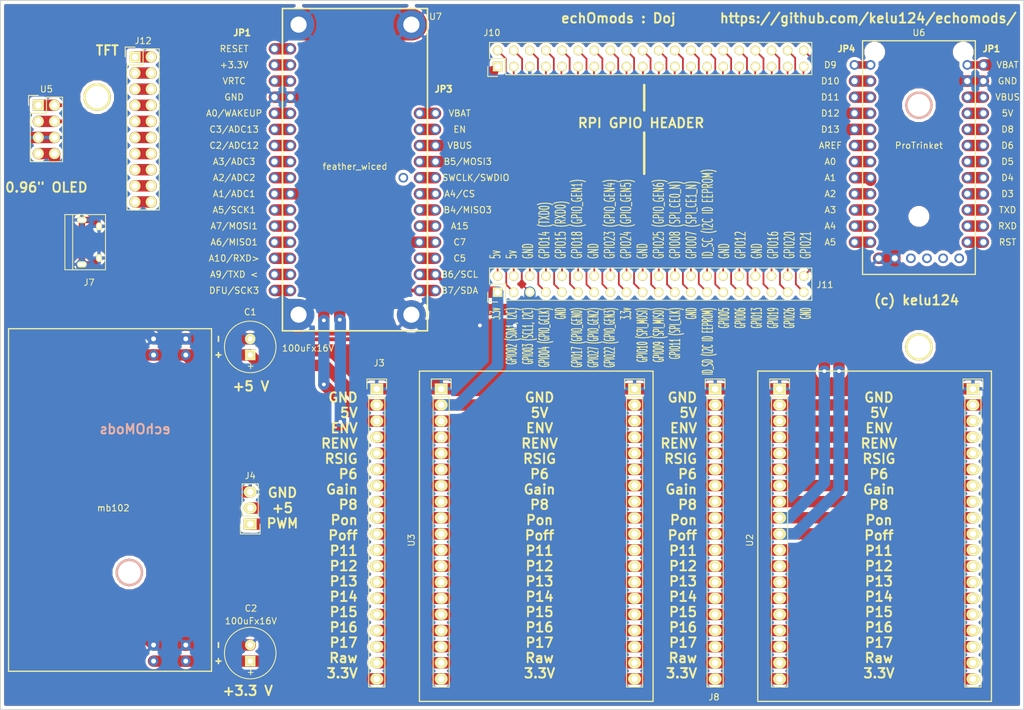
<source format=kicad_pcb>
(kicad_pcb (version 4) (host pcbnew 4.0.6-e0-6349~53~ubuntu16.04.1)
  (layers (0 F.Cu signal hide) (31 B.Cu signal hide) (34 B.Paste user) (35 F.Paste user) (36 B.SilkS user) (37 F.SilkS user) (38 B.Mask user) (39 F.Mask user) (44 Edge.Cuts user))
  (net 0 "")
  (net 1 AGND)
  (net 2 VDD_5V)
  (net 3 LCD_SCL)
  (net 4 LCD_SDA)
  (net 5 VDD_3V3)
  (net 6 fw_sigout)
  (net 7 track_pulse_a)
  (net 8 track_pulse_b)
  (net 9 SERVO_PWM)
  (net 10 fw_jp3_p1)
  (net 11 fw_jp3_p2)
  (net 12 fw_jp3_p5)
  (net 13 fw_jp3_p6)
  (net 14 fw_jp3_p7)
  (net 15 fw_jp3_p8)
  (net 16 fw_jp3_p10)
  (net 17 fw_jp1_1)
  (net 18 fw_jp1_2)
  (net 19 fw_jp1_3)
  (net 20 fw_jp1_4)
  (net 21 fw_jp1_5)
  (net 22 fw_jp1_6)
  (net 23 fw_jp1_8)
  (net 24 fw_jp1_9)
  (net 25 fw_jp1_10)
  (net 26 fw_jp1_11)
  (net 27 fw_jp1_12)
  (net 28 fw_jp1_14)
  (net 29 fw_jp1_15)
  (net 30 fw_jp1_16)
  (net 31 pt_jp4_p1)
  (net 32 pt_jp4_p2)
  (net 33 pt_jp4_p3)
  (net 34 pt_jp4_p4)
  (net 35 pt_jp4_p5)
  (net 36 pt_jp4_p6)
  (net 37 pt_jp4_p7)
  (net 38 pt_jp4_p10)
  (net 39 pt_jp4_p11)
  (net 40 pt_jp4_p12)
  (net 41 pt_jp1_p1)
  (net 42 pt_jp1_p2)
  (net 43 pt_jp1_p3)
  (net 44 pt_jp1_p4)
  (net 45 pt_jp1_p5)
  (net 46 pt_jp1_p6)
  (net 47 pt_jp1_p7)
  (net 48 pt_jp1_p8)
  (net 49 pt_jp1_p9)
  (net 50 pt_jp1_p10)
  (net 51 j12_1)
  (net 52 j12_3)
  (net 53 j12_5)
  (net 54 j12_7)
  (net 55 j12_9)
  (net 56 j12_11)
  (net 57 j12_13)
  (net 58 j12_15)
  (net 59 j12_17)
  (net 60 j12_19)
  (net 61 j10_3)
  (net 62 j10_2)
  (net 63 j10_4)
  (net 64 j10_6)
  (net 65 j10_7)
  (net 66 j10_8)
  (net 67 j10_9)
  (net 68 j10_10)
  (net 69 j10_11)
  (net 70 j10_12)
  (net 71 j10_13)
  (net 72 j10_14)
  (net 73 j10_15)
  (net 74 j10_16)
  (net 75 j10_17)
  (net 76 j10_18)
  (net 77 j10_19)
  (net 78 j10_20)
  (net 79 j10_21)
  (net 80 j10_22)
  (net 81 j10_23)
  (net 82 j10_24)
  (net 83 j10_25)
  (net 84 j10_26)
  (net 85 j10_27)
  (net 86 j10_28)
  (net 87 j10_29)
  (net 88 j10_30)
  (net 89 j10_31)
  (net 90 j10_32)
  (net 91 j10_33)
  (net 92 j10_34)
  (net 93 j10_35)
  (net 94 j10_36)
  (net 95 j10_37)
  (net 96 j10_38)
  (net 97 j10_39)
  (net 98 j10_40)
  (net 99 U2_4)
  (net 100 U2_5)
  (net 101 U2_6)
  (net 102 U2_7)
  (net 103 U2_8)
  (net 104 U2_11)
  (net 105 U2_12)
  (net 106 U2_13)
  (net 107 U2_14)
  (net 108 U2_15)
  (net 109 U2_16)
  (net 110 U2_17)
  (net 111 U2_18)
  (module Pin_Headers:Pin_Header_Straight_1x01 (layer B.Cu) (at 77.845 117.848)
    (fp_text reference REF** hide)
    (fp_text value Pin_Header_Straight_1x01 hide)
    (pad 1 thru_hole circle (at 0 0) (size 4.318 4.318) (drill 3.556) (layers *.Cu *.Mask B.SilkS))
  )
  (module Pin_Headers:Pin_Header_Straight_1x01 (layer B.Cu) (at 202.305 44.188)
    (fp_text reference REF** hide)
    (fp_text value Pin_Header_Straight_1x01 hide)
    (pad 1 thru_hole circle (at 0 0) (size 4.318 4.318) (drill 3.556) (layers *.Cu *.Mask B.SilkS))
  )
  (module Pin_Headers:Pin_Header_Straight_1x01 (layer F.Cu) (at 72.765 42.918)
    (fp_text reference REF** hide)
    (fp_text value Pin_Header_Straight_1x01 hide)
    (pad 1 thru_hole circle (at 0 0) (size 4.318 4.318) (drill 3.556) (layers *.Cu *.Mask F.SilkS))
  )
  (module Pin_Headers:Pin_Header_Straight_1x19 (layer F.Cu) (at 170.18 88.9)
    (fp_text reference J8 (at -0.18 48.6 180) (layer F.SilkS))
    (fp_text value Pin_Header_Straight_1x19 hide)
    (pad 1 thru_hole rect (at 0 0) (size 2.032 1.7272) (drill 1.016) (layers *.Cu *.Mask F.SilkS) (net 1 AGND))
    (pad 2 thru_hole oval (at 0 2.54) (size 2.032 1.7272) (drill 1.016) (layers *.Cu *.Mask F.SilkS) (net 2 VDD_5V))
    (pad 3 thru_hole oval (at 0 5.08) (size 2.032 1.7272) (drill 1.016) (layers *.Cu *.Mask F.SilkS) (net 6 fw_sigout))
    (pad 4 thru_hole oval (at 0 7.62) (size 2.032 1.7272) (drill 1.016) (layers *.Cu *.Mask F.SilkS) (net 99 U2_4))
    (pad 5 thru_hole oval (at 0 10.16) (size 2.032 1.7272) (drill 1.016) (layers *.Cu *.Mask F.SilkS) (net 100 U2_5))
    (pad 6 thru_hole oval (at 0 12.7) (size 2.032 1.7272) (drill 1.016) (layers *.Cu *.Mask F.SilkS) (net 101 U2_6))
    (pad 7 thru_hole oval (at 0 15.24) (size 2.032 1.7272) (drill 1.016) (layers *.Cu *.Mask F.SilkS) (net 102 U2_7))
    (pad 8 thru_hole oval (at 0 17.78) (size 2.032 1.7272) (drill 1.016) (layers *.Cu *.Mask F.SilkS) (net 103 U2_8))
    (pad 9 thru_hole oval (at 0 20.32) (size 2.032 1.7272) (drill 1.016) (layers *.Cu *.Mask F.SilkS) (net 7 track_pulse_a))
    (pad 10 thru_hole oval (at 0 22.86) (size 2.032 1.7272) (drill 1.016) (layers *.Cu *.Mask F.SilkS) (net 8 track_pulse_b))
    (pad 11 thru_hole oval (at 0 25.4) (size 2.032 1.7272) (drill 1.016) (layers *.Cu *.Mask F.SilkS) (net 104 U2_11))
    (pad 12 thru_hole oval (at 0 27.94) (size 2.032 1.7272) (drill 1.016) (layers *.Cu *.Mask F.SilkS) (net 105 U2_12))
    (pad 13 thru_hole oval (at 0 30.48) (size 2.032 1.7272) (drill 1.016) (layers *.Cu *.Mask F.SilkS) (net 106 U2_13))
    (pad 14 thru_hole oval (at 0 33.02) (size 2.032 1.7272) (drill 1.016) (layers *.Cu *.Mask F.SilkS) (net 107 U2_14))
    (pad 15 thru_hole oval (at 0 35.56) (size 2.032 1.7272) (drill 1.016) (layers *.Cu *.Mask F.SilkS) (net 108 U2_15))
    (pad 16 thru_hole oval (at 0 38.1) (size 2.032 1.7272) (drill 1.016) (layers *.Cu *.Mask F.SilkS) (net 109 U2_16))
    (pad 17 thru_hole oval (at 0 40.64) (size 2.032 1.7272) (drill 1.016) (layers *.Cu *.Mask F.SilkS) (net 110 U2_17))
    (pad 18 thru_hole oval (at 0 43.18) (size 2.032 1.7272) (drill 1.016) (layers *.Cu *.Mask F.SilkS) (net 111 U2_18))
    (pad 19 thru_hole oval (at 0 45.72) (size 2.032 1.7272) (drill 1.016) (layers *.Cu *.Mask F.SilkS) (net 5 VDD_3V3))
  )
  (module Pin_Headers:Pin_Header_Straight_1x19 (layer F.Cu) (at 180.34 88.9)
    (fp_text reference U2 (at -4.705 23.868 90) (layer F.SilkS))
    (fp_text value Pin_Header_Straight_1x19 hide)
    (pad 1 thru_hole rect (at 0 0) (size 2.032 1.7272) (drill 1.016) (layers *.Cu *.Mask F.SilkS) (net 1 AGND))
    (pad 2 thru_hole oval (at 0 2.54) (size 2.032 1.7272) (drill 1.016) (layers *.Cu *.Mask F.SilkS) (net 2 VDD_5V))
    (pad 3 thru_hole oval (at 0 5.08) (size 2.032 1.7272) (drill 1.016) (layers *.Cu *.Mask F.SilkS) (net 6 fw_sigout))
    (pad 4 thru_hole oval (at 0 7.62) (size 2.032 1.7272) (drill 1.016) (layers *.Cu *.Mask F.SilkS) (net 99 U2_4))
    (pad 5 thru_hole oval (at 0 10.16) (size 2.032 1.7272) (drill 1.016) (layers *.Cu *.Mask F.SilkS) (net 100 U2_5))
    (pad 6 thru_hole oval (at 0 12.7) (size 2.032 1.7272) (drill 1.016) (layers *.Cu *.Mask F.SilkS) (net 101 U2_6))
    (pad 7 thru_hole oval (at 0 15.24) (size 2.032 1.7272) (drill 1.016) (layers *.Cu *.Mask F.SilkS) (net 102 U2_7))
    (pad 8 thru_hole oval (at 0 17.78) (size 2.032 1.7272) (drill 1.016) (layers *.Cu *.Mask F.SilkS) (net 103 U2_8))
    (pad 9 thru_hole oval (at 0 20.32) (size 2.032 1.7272) (drill 1.016) (layers *.Cu *.Mask F.SilkS) (net 7 track_pulse_a))
    (pad 10 thru_hole oval (at 0 22.86) (size 2.032 1.7272) (drill 1.016) (layers *.Cu *.Mask F.SilkS) (net 8 track_pulse_b))
    (pad 11 thru_hole oval (at 0 25.4) (size 2.032 1.7272) (drill 1.016) (layers *.Cu *.Mask F.SilkS) (net 104 U2_11))
    (pad 12 thru_hole oval (at 0 27.94) (size 2.032 1.7272) (drill 1.016) (layers *.Cu *.Mask F.SilkS) (net 105 U2_12))
    (pad 13 thru_hole oval (at 0 30.48) (size 2.032 1.7272) (drill 1.016) (layers *.Cu *.Mask F.SilkS) (net 106 U2_13))
    (pad 14 thru_hole oval (at 0 33.02) (size 2.032 1.7272) (drill 1.016) (layers *.Cu *.Mask F.SilkS) (net 107 U2_14))
    (pad 15 thru_hole oval (at 0 35.56) (size 2.032 1.7272) (drill 1.016) (layers *.Cu *.Mask F.SilkS) (net 108 U2_15))
    (pad 16 thru_hole oval (at 0 38.1) (size 2.032 1.7272) (drill 1.016) (layers *.Cu *.Mask F.SilkS) (net 109 U2_16))
    (pad 17 thru_hole oval (at 0 40.64) (size 2.032 1.7272) (drill 1.016) (layers *.Cu *.Mask F.SilkS) (net 110 U2_17))
    (pad 18 thru_hole oval (at 0 43.18) (size 2.032 1.7272) (drill 1.016) (layers *.Cu *.Mask F.SilkS) (net 111 U2_18))
    (pad 19 thru_hole oval (at 0 45.72) (size 2.032 1.7272) (drill 1.016) (layers *.Cu *.Mask F.SilkS) (net 5 VDD_3V3))
  )
  (module Pin_Headers:Pin_Header_Straight_1x19 (layer F.Cu) (at 210.82 88.9)
    (fp_text reference U2_R hide)
    (fp_text value Pin_Header_Straight_1x19 hide)
    (pad 1 thru_hole rect (at 0 0) (size 2.032 1.7272) (drill 1.016) (layers *.Cu *.Mask F.SilkS) (net 1 AGND))
    (pad 2 thru_hole oval (at 0 2.54) (size 2.032 1.7272) (drill 1.016) (layers *.Cu *.Mask F.SilkS) (net 2 VDD_5V))
    (pad 3 thru_hole oval (at 0 5.08) (size 2.032 1.7272) (drill 1.016) (layers *.Cu *.Mask F.SilkS) (net 6 fw_sigout))
    (pad 4 thru_hole oval (at 0 7.62) (size 2.032 1.7272) (drill 1.016) (layers *.Cu *.Mask F.SilkS) (net 99 U2_4))
    (pad 5 thru_hole oval (at 0 10.16) (size 2.032 1.7272) (drill 1.016) (layers *.Cu *.Mask F.SilkS) (net 100 U2_5))
    (pad 6 thru_hole oval (at 0 12.7) (size 2.032 1.7272) (drill 1.016) (layers *.Cu *.Mask F.SilkS) (net 101 U2_6))
    (pad 7 thru_hole oval (at 0 15.24) (size 2.032 1.7272) (drill 1.016) (layers *.Cu *.Mask F.SilkS) (net 102 U2_7))
    (pad 8 thru_hole oval (at 0 17.78) (size 2.032 1.7272) (drill 1.016) (layers *.Cu *.Mask F.SilkS) (net 103 U2_8))
    (pad 9 thru_hole oval (at 0 20.32) (size 2.032 1.7272) (drill 1.016) (layers *.Cu *.Mask F.SilkS) (net 7 track_pulse_a))
    (pad 10 thru_hole oval (at 0 22.86) (size 2.032 1.7272) (drill 1.016) (layers *.Cu *.Mask F.SilkS) (net 8 track_pulse_b))
    (pad 11 thru_hole oval (at 0 25.4) (size 2.032 1.7272) (drill 1.016) (layers *.Cu *.Mask F.SilkS) (net 104 U2_11))
    (pad 12 thru_hole oval (at 0 27.94) (size 2.032 1.7272) (drill 1.016) (layers *.Cu *.Mask F.SilkS) (net 105 U2_12))
    (pad 13 thru_hole oval (at 0 30.48) (size 2.032 1.7272) (drill 1.016) (layers *.Cu *.Mask F.SilkS) (net 106 U2_13))
    (pad 14 thru_hole oval (at 0 33.02) (size 2.032 1.7272) (drill 1.016) (layers *.Cu *.Mask F.SilkS) (net 107 U2_14))
    (pad 15 thru_hole oval (at 0 35.56) (size 2.032 1.7272) (drill 1.016) (layers *.Cu *.Mask F.SilkS) (net 108 U2_15))
    (pad 16 thru_hole oval (at 0 38.1) (size 2.032 1.7272) (drill 1.016) (layers *.Cu *.Mask F.SilkS) (net 109 U2_16))
    (pad 17 thru_hole oval (at 0 40.64) (size 2.032 1.7272) (drill 1.016) (layers *.Cu *.Mask F.SilkS) (net 110 U2_17))
    (pad 18 thru_hole oval (at 0 43.18) (size 2.032 1.7272) (drill 1.016) (layers *.Cu *.Mask F.SilkS) (net 111 U2_18))
    (pad 19 thru_hole oval (at 0 45.72) (size 2.032 1.7272) (drill 1.016) (layers *.Cu *.Mask F.SilkS) (net 5 VDD_3V3))
  )
  (module footprint:TrinketPro (layer F.Cu) (at 209.925 65.778)
    (fp_text reference U6 (at -7.62 -33.02) (layer F.SilkS))
    (fp_text value ProTrinket (at -7.62 -15.24) (layer F.SilkS))
    (fp_text user JP4 (at -19.05 -30.48) (layer F.SilkS) (effects (font (thickness 0.25))))
    (fp_text user JP1 (at 3.81 -30.48) (layer F.SilkS) (effects (font (thickness 0.25))))
    (fp_text user D13 (at -21.59 -17.78) (layer F.SilkS))
    (fp_text user A5 (at -21.59 0) (layer F.SilkS))
    (fp_text user A4 (at -21.59 -2.54) (layer F.SilkS))
    (fp_text user A3 (at -21.59 -5.08) (layer F.SilkS))
    (fp_text user A2 (at -21.59 -7.62) (layer F.SilkS))
    (fp_text user A1 (at -21.59 -10.16) (layer F.SilkS))
    (fp_text user A0 (at -21.59 -12.7) (layer F.SilkS))
    (fp_text user AREF (at -21.59 -15.24) (layer F.SilkS))
    (fp_text user D12 (at -21.59 -20.32) (layer F.SilkS))
    (fp_text user D11 (at -21.59 -22.86) (layer F.SilkS))
    (fp_text user D10 (at -21.59 -25.4) (layer F.SilkS))
    (fp_text user D9 (at -21.59 -27.94) (layer F.SilkS))
    (fp_text user RST (at 6.35 0) (layer F.SilkS))
    (fp_text user RXD (at 6.35 -2.54) (layer F.SilkS))
    (fp_text user TXD (at 6.35 -5.08) (layer F.SilkS))
    (fp_text user D3 (at 6.35 -7.62) (layer F.SilkS))
    (fp_text user D4 (at 6.35 -10.16) (layer F.SilkS))
    (fp_text user D5 (at 6.35 -12.7) (layer F.SilkS))
    (fp_text user D6 (at 6.35 -15.24) (layer F.SilkS))
    (fp_text user D8 (at 6.35 -17.78) (layer F.SilkS))
    (fp_text user 5V (at 6.35 -20.32) (layer F.SilkS))
    (fp_text user VBUS (at 6.35 -22.86) (layer F.SilkS))
    (fp_text user GND (at 6.35 -25.4) (layer F.SilkS))
    (fp_text user VBAT (at 6.35 -27.94) (layer F.SilkS))
    (pad 12 thru_hole circle (at -17.78 -27.94) (size 1.524 1.524) (drill 0.9652) (layers *.Cu *.Mask) (net 40 pt_jp4_p12))
    (pad 11 thru_hole circle (at -17.78 -25.4) (size 1.524 1.524) (drill 0.9652) (layers *.Cu *.Mask) (net 39 pt_jp4_p11))
    (pad 10 thru_hole circle (at -17.78 -22.86) (size 1.524 1.524) (drill 0.9652) (layers *.Cu *.Mask) (net 38 pt_jp4_p10))
    (pad 9 thru_hole circle (at -17.78 -20.32) (size 1.524 1.524) (drill 0.9652) (layers *.Cu *.Mask) (net 7 track_pulse_a))
    (pad 8 thru_hole circle (at -17.78 -17.78) (size 1.524 1.524) (drill 0.9652) (layers *.Cu *.Mask) (net 8 track_pulse_b))
    (pad 7 thru_hole circle (at -17.78 -15.24) (size 1.524 1.524) (drill 0.9652) (layers *.Cu *.Mask) (net 37 pt_jp4_p7))
    (pad 6 thru_hole circle (at -17.78 -12.7) (size 1.524 1.524) (drill 0.9652) (layers *.Cu *.Mask) (net 36 pt_jp4_p6))
    (pad 5 thru_hole circle (at -17.78 -10.16) (size 1.524 1.524) (drill 0.9652) (layers *.Cu *.Mask) (net 35 pt_jp4_p5))
    (pad 4 thru_hole circle (at -17.78 -7.62) (size 1.524 1.524) (drill 0.9652) (layers *.Cu *.Mask) (net 34 pt_jp4_p4))
    (pad 3 thru_hole circle (at -17.78 -5.08) (size 1.524 1.524) (drill 0.9652) (layers *.Cu *.Mask) (net 33 pt_jp4_p3))
    (pad 2 thru_hole circle (at -17.78 -2.54) (size 1.524 1.524) (drill 0.9652) (layers *.Cu *.Mask) (net 32 pt_jp4_p2))
    (pad 1 thru_hole circle (at -17.78 0) (size 1.524 1.524) (drill 0.9652) (layers *.Cu *.Mask) (net 31 pt_jp4_p1))
    (pad 12 thru_hole circle (at 2.54 -27.94) (size 1.524 1.524) (drill 0.9652) (layers *.Cu *.Mask) (net 2 VDD_5V))
    (pad 11 thru_hole circle (at 2.54 -25.4) (size 1.524 1.524) (drill 0.9652) (layers *.Cu *.Mask) (net 1 AGND))
    (pad 10 thru_hole circle (at 2.54 -22.86) (size 1.524 1.524) (drill 0.9652) (layers *.Cu *.Mask) (net 50 pt_jp1_p10))
    (pad 9 thru_hole circle (at 2.54 -20.32) (size 1.524 1.524) (drill 0.9652) (layers *.Cu *.Mask) (net 49 pt_jp1_p9))
    (pad 8 thru_hole circle (at 2.54 -17.78) (size 1.524 1.524) (drill 0.9652) (layers *.Cu *.Mask) (net 48 pt_jp1_p8))
    (pad 7 thru_hole circle (at 2.54 -15.24) (size 1.524 1.524) (drill 0.9652) (layers *.Cu *.Mask) (net 47 pt_jp1_p7))
    (pad 6 thru_hole circle (at 2.54 -12.7) (size 1.524 1.524) (drill 0.9652) (layers *.Cu *.Mask) (net 46 pt_jp1_p6))
    (pad 5 thru_hole circle (at 2.54 -10.16) (size 1.524 1.524) (drill 0.9652) (layers *.Cu *.Mask) (net 45 pt_jp1_p5))
    (pad 4 thru_hole circle (at 2.54 -7.62) (size 1.524 1.524) (drill 0.9652) (layers *.Cu *.Mask) (net 44 pt_jp1_p4))
    (pad 3 thru_hole circle (at 2.54 -5.08) (size 1.524 1.524) (drill 0.9652) (layers *.Cu *.Mask) (net 43 pt_jp1_p3))
    (pad 2 thru_hole circle (at 2.54 -2.54) (size 1.524 1.524) (drill 0.9652) (layers *.Cu *.Mask) (net 42 pt_jp1_p2))
    (pad 1 thru_hole circle (at 2.54 0) (size 1.524 1.524) (drill 0.9652) (layers *.Cu *.Mask) (net 41 pt_jp1_p1))
    (pad 12 thru_hole circle (at 0 -27.94) (size 1.524 1.524) (drill 0.9652) (layers *.Cu *.Mask) (net 2 VDD_5V))
    (pad 11 thru_hole circle (at 0 -25.4) (size 1.524 1.524) (drill 0.9652) (layers *.Cu *.Mask) (net 1 AGND))
    (pad 10 thru_hole circle (at 0 -22.86) (size 1.524 1.524) (drill 0.9652) (layers *.Cu *.Mask) (net 50 pt_jp1_p10))
    (pad 9 thru_hole circle (at 0 -20.32) (size 1.524 1.524) (drill 0.9652) (layers *.Cu *.Mask) (net 49 pt_jp1_p9))
    (pad 8 thru_hole circle (at 0 -17.78) (size 1.524 1.524) (drill 0.9652) (layers *.Cu *.Mask) (net 48 pt_jp1_p8))
    (pad 7 thru_hole circle (at 0 -15.24) (size 1.524 1.524) (drill 0.9652) (layers *.Cu *.Mask) (net 47 pt_jp1_p7))
    (pad 6 thru_hole circle (at 0 -12.7) (size 1.524 1.524) (drill 0.9652) (layers *.Cu *.Mask) (net 46 pt_jp1_p6))
    (pad 5 thru_hole circle (at 0 -10.16) (size 1.524 1.524) (drill 0.9652) (layers *.Cu *.Mask) (net 45 pt_jp1_p5))
    (pad 4 thru_hole circle (at 0 -7.62) (size 1.524 1.524) (drill 0.9652) (layers *.Cu *.Mask) (net 44 pt_jp1_p4))
    (pad 3 thru_hole circle (at 0 -5.08) (size 1.524 1.524) (drill 0.9652) (layers *.Cu *.Mask) (net 43 pt_jp1_p3))
    (pad 2 thru_hole circle (at 0 -2.54) (size 1.524 1.524) (drill 0.9652) (layers *.Cu *.Mask) (net 42 pt_jp1_p2))
    (pad 1 thru_hole circle (at 0 0) (size 1.524 1.524) (drill 0.9652) (layers *.Cu *.Mask) (net 41 pt_jp1_p1))
    (pad 12 thru_hole circle (at -15.24 -27.94) (size 1.524 1.524) (drill 0.9652) (layers *.Cu *.Mask) (net 40 pt_jp4_p12))
    (pad 11 thru_hole circle (at -15.24 -25.4) (size 1.524 1.524) (drill 0.9652) (layers *.Cu *.Mask) (net 39 pt_jp4_p11))
    (pad 10 thru_hole circle (at -15.24 -22.86) (size 1.524 1.524) (drill 0.9652) (layers *.Cu *.Mask) (net 38 pt_jp4_p10))
    (pad 9 thru_hole circle (at -15.24 -20.32) (size 1.524 1.524) (drill 0.9652) (layers *.Cu *.Mask) (net 7 track_pulse_a))
    (pad 8 thru_hole circle (at -15.24 -17.78) (size 1.524 1.524) (drill 0.9652) (layers *.Cu *.Mask) (net 8 track_pulse_b))
    (pad 7 thru_hole circle (at -15.24 -15.24) (size 1.524 1.524) (drill 0.9652) (layers *.Cu *.Mask) (net 37 pt_jp4_p7))
    (pad 6 thru_hole circle (at -15.24 -12.7) (size 1.524 1.524) (drill 0.9652) (layers *.Cu *.Mask) (net 36 pt_jp4_p6))
    (pad 5 thru_hole circle (at -15.24 -10.16) (size 1.524 1.524) (drill 0.9652) (layers *.Cu *.Mask) (net 35 pt_jp4_p5))
    (pad 4 thru_hole circle (at -15.24 -7.62) (size 1.524 1.524) (drill 0.9652) (layers *.Cu *.Mask) (net 34 pt_jp4_p4))
    (pad 3 thru_hole circle (at -15.24 -5.08) (size 1.524 1.524) (drill 0.9652) (layers *.Cu *.Mask) (net 33 pt_jp4_p3))
    (pad 2 thru_hole circle (at -15.24 -2.54) (size 1.524 1.524) (drill 0.9652) (layers *.Cu *.Mask) (net 32 pt_jp4_p2))
    (pad 1 thru_hole circle (at -15.24 0) (size 1.524 1.524) (drill 0.9652) (layers *.Cu *.Mask) (net 31 pt_jp4_p1))
    (pad 1 thru_hole circle (at -13.97 2.54) (size 1.524 1.524) (drill 0.9652) (layers *.Cu *.Mask) (net 1 AGND))
    (pad 2 thru_hole circle (at -11.43 2.54) (size 1.524 1.524) (drill 0.9652) (layers *.Cu *.Mask) (net 1 AGND))
    (pad 3 thru_hole circle (at -8.89 2.54) (size 1.524 1.524) (drill 0.9652) (layers *.Cu *.Mask))
    (pad 4 thru_hole circle (at -6.35 2.54) (size 1.524 1.524) (drill 0.9652) (layers *.Cu *.Mask))
    (pad 5 thru_hole circle (at -3.81 2.54) (size 1.524 1.524) (drill 0.9652) (layers *.Cu *.Mask))
    (pad 6 thru_hole circle (at -1.27 2.54) (size 1.524 1.524) (drill 0.9652) (layers *.Cu *.Mask))
    (pad "" np_thru_hole circle (at -14.605 -29.972) (size 2.286 2.286) (drill 2.286) (layers *.Cu *.Mask))
    (pad "" np_thru_hole circle (at -0.635 -29.972) (size 2.286 2.286) (drill 2.286) (layers *.Cu *.Mask))
    (pad "" np_thru_hole circle (at -7.62 -4.064) (size 2.286 2.286) (drill 2.286) (layers *.Cu *.Mask))
  )
  (module footprint:mb102 (layer F.Cu) (at 58.795 81.018 270)
    (fp_text reference MB102 hide)
    (fp_text value mb102 (at 26.67 -16.51 360) (layer F.SilkS))
    (fp_text user + (at 2.54 -33.02 270) (layer F.SilkS) (effects (font (thickness 0.25))))
    (fp_text user - (at 0 -33.02 270) (layer F.SilkS) (effects (font (thickness 0.25))))
    (fp_text user - (at 48.26 -33.02 270) (layer F.SilkS) (effects (font (thickness 0.25))))
    (fp_text user + (at 50.8 -33.02 270) (layer F.SilkS) (effects (font (thickness 0.25))))
    (pad 1 thru_hole circle (at 0 -27.94 270) (size 1.524 1.524) (drill 0.762) (layers *.Cu *.Mask) (net 1 AGND))
    (pad 2 thru_hole circle (at 2.54 -27.94 270) (size 1.524 1.524) (drill 0.762) (layers *.Cu *.Mask) (net 2 VDD_5V))
    (pad 3 thru_hole circle (at 0 -22.86 270) (size 1.524 1.524) (drill 0.762) (layers *.Cu *.Mask) (net 1 AGND))
    (pad 4 thru_hole circle (at 2.54 -22.86 270) (size 1.524 1.524) (drill 0.762) (layers *.Cu *.Mask) (net 2 VDD_5V))
    (pad 5 thru_hole circle (at 48.26 -27.94 270) (size 1.524 1.524) (drill 0.762) (layers *.Cu *.Mask) (net 1 AGND))
    (pad 6 thru_hole circle (at 50.8 -27.94 270) (size 1.524 1.524) (drill 0.762) (layers *.Cu *.Mask) (net 5 VDD_3V3))
    (pad 7 thru_hole circle (at 48.26 -22.86 270) (size 1.524 1.524) (drill 0.762) (layers *.Cu *.Mask) (net 1 AGND))
    (pad 8 thru_hole circle (at 50.8 -22.86 270) (size 1.524 1.524) (drill 0.762) (layers *.Cu *.Mask) (net 5 VDD_3V3))
  )
  (module Discret:C1V8 (layer F.Cu) (at 96.895 82.288 90)
    (fp_text reference C1 (at 5.5 0 180) (layer F.SilkS))
    (fp_text value 100uFx16V (at -0.212 9.105 180) (layer F.SilkS))
    (fp_text user + (at -3.04546 0 90) (layer F.SilkS))
    (pad 1 thru_hole rect (at -1.27 0 90) (size 1.651 1.651) (drill 0.8128) (layers *.Cu *.Mask F.SilkS) (net 2 VDD_5V))
    (pad 2 thru_hole circle (at 1.27 0 90) (size 1.651 1.651) (drill 0.8128) (layers *.Cu *.Mask F.SilkS) (net 1 AGND))
  )
  (module Discret:C1V8 (layer F.Cu) (at 96.895 130.548 90)
    (fp_text reference C2 (at 7.048 0.105 180) (layer F.SilkS))
    (fp_text value 100uFx16V (at 5.048 0.105 180) (layer F.SilkS))
    (fp_text user + (at -3.04546 0 90) (layer F.SilkS))
    (pad 1 thru_hole rect (at -1.27 0 90) (size 1.651 1.651) (drill 0.8128) (layers *.Cu *.Mask F.SilkS) (net 5 VDD_3V3))
    (pad 2 thru_hole circle (at 1.27 0 90) (size 1.651 1.651) (drill 0.8128) (layers *.Cu *.Mask F.SilkS) (net 1 AGND))
  )
  (module footprint:feather_wiced (layer F.Cu) (at 113.405 54.348)
    (fp_text reference U7 (at 12.7 -24.13) (layer F.SilkS))
    (fp_text value feather_wiced (at 0 -0.5) (layer F.SilkS))
    (fp_text user B7/SDA (at 16.51 19.05) (layer F.SilkS))
    (fp_text user B6/SCL (at 16.51 16.51) (layer F.SilkS))
    (fp_text user C5 (at 16.51 13.97) (layer F.SilkS))
    (fp_text user C7 (at 16.51 11.43) (layer F.SilkS))
    (fp_text user JP3 (at 13.97 -12.7) (layer F.SilkS) (effects (font (size 1.016 1.016) (thickness 0.254))))
    (fp_text user SWCLK/SWDIO (at 19.05 1.27) (layer F.SilkS))
    (fp_text user B4/MISO3 (at 17.78 6.35) (layer F.SilkS))
    (fp_text user A4/CS (at 16.51 3.81) (layer F.SilkS))
    (fp_text user A15 (at 16.51 8.89) (layer F.SilkS))
    (fp_text user B5/MOSI3 (at 17.78 -1.27) (layer F.SilkS))
    (fp_text user VBUS (at 16.51 -3.81) (layer F.SilkS))
    (fp_text user EN (at 16.51 -6.35) (layer F.SilkS))
    (fp_text user VBAT (at 16.51 -8.89) (layer F.SilkS))
    (fp_text user RESET (at -19.05 -19.05) (layer F.SilkS))
    (fp_text user +3.3V (at -19.05 -16.51) (layer F.SilkS))
    (fp_text user VRTC (at -19.05 -13.97) (layer F.SilkS))
    (fp_text user GND (at -19.05 -11.43) (layer F.SilkS))
    (fp_text user A0/WAKEUP (at -19.05 -8.89) (layer F.SilkS))
    (fp_text user C3/ADC13 (at -19.05 -6.35) (layer F.SilkS))
    (fp_text user C2/ADC12 (at -19.05 -3.81) (layer F.SilkS))
    (fp_text user A3/ADC3 (at -19.05 -1.27) (layer F.SilkS))
    (fp_text user A2/ADC2 (at -19.05 1.27) (layer F.SilkS))
    (fp_text user A1/ADC1 (at -19.05 3.81) (layer F.SilkS))
    (fp_text user A5/SCK1 (at -19.05 6.35) (layer F.SilkS))
    (fp_text user A7/MOSI1 (at -19.05 8.89) (layer F.SilkS))
    (fp_text user A6/MISO1 (at -19.05 11.43) (layer F.SilkS))
    (fp_text user A10/RXD> (at -19.05 13.97) (layer F.SilkS))
    (fp_text user "A9/TXD <" (at -19.05 16.51) (layer F.SilkS))
    (fp_text user DFU/SCK3 (at -19.05 19.05) (layer F.SilkS))
    (fp_text user JP1 (at -17.78 -21.59) (layer F.SilkS) (effects (font (size 1.016 1.016) (thickness 0.254))))
    (pad 1 thru_hole circle (at 12.7 -8.89) (size 1.524 1.524) (drill 0.9906) (layers *.Cu *.Mask) (net 10 fw_jp3_p1))
    (pad 2 thru_hole circle (at 12.7 -6.35) (size 1.524 1.524) (drill 0.9906) (layers *.Cu *.Mask) (net 11 fw_jp3_p2))
    (pad 3 thru_hole circle (at 12.7 -3.81) (size 1.524 1.524) (drill 0.9906) (layers *.Cu *.Mask) (net 2 VDD_5V))
    (pad 4 thru_hole circle (at 12.7 -1.27) (size 1.524 1.524) (drill 0.9906) (layers *.Cu *.Mask) (net 7 track_pulse_a))
    (pad 5 thru_hole circle (at 12.7 1.27) (size 1.524 1.524) (drill 0.9906) (layers *.Cu *.Mask) (net 12 fw_jp3_p5))
    (pad 6 thru_hole circle (at 12.7 3.81) (size 1.524 1.524) (drill 0.9906) (layers *.Cu *.Mask) (net 13 fw_jp3_p6))
    (pad 7 thru_hole circle (at 12.7 6.35) (size 1.524 1.524) (drill 0.9906) (layers *.Cu *.Mask) (net 14 fw_jp3_p7))
    (pad 8 thru_hole circle (at 12.7 8.89) (size 1.524 1.524) (drill 0.9906) (layers *.Cu *.Mask) (net 15 fw_jp3_p8))
    (pad 9 thru_hole circle (at 12.7 11.43) (size 1.524 1.524) (drill 0.9906) (layers *.Cu *.Mask) (net 9 SERVO_PWM))
    (pad 10 thru_hole circle (at 12.7 13.97) (size 1.524 1.524) (drill 0.9906) (layers *.Cu *.Mask) (net 16 fw_jp3_p10))
    (pad 11 thru_hole circle (at 12.7 16.51) (size 1.524 1.524) (drill 0.9906) (layers *.Cu *.Mask) (net 3 LCD_SCL))
    (pad 12 thru_hole circle (at 12.7 19.05) (size 1.524 1.524) (drill 0.9906) (layers *.Cu *.Mask) (net 4 LCD_SDA))
    (pad 16 thru_hole circle (at -12.7 -19.05) (size 1.524 1.524) (drill 0.9906) (layers *.Cu *.Mask) (net 30 fw_jp1_16))
    (pad 15 thru_hole circle (at -12.7 -16.51) (size 1.524 1.524) (drill 0.9906) (layers *.Cu *.Mask) (net 29 fw_jp1_15))
    (pad 14 thru_hole circle (at -12.7 -13.97) (size 1.524 1.524) (drill 0.9906) (layers *.Cu *.Mask) (net 28 fw_jp1_14))
    (pad 13 thru_hole circle (at -12.7 -11.43) (size 1.524 1.524) (drill 0.9906) (layers *.Cu *.Mask) (net 1 AGND))
    (pad 12 thru_hole circle (at -12.7 -8.89) (size 1.524 1.524) (drill 0.9906) (layers *.Cu *.Mask) (net 27 fw_jp1_12))
    (pad 11 thru_hole circle (at -12.7 -6.35) (size 1.524 1.524) (drill 0.9906) (layers *.Cu *.Mask) (net 26 fw_jp1_11))
    (pad 10 thru_hole circle (at -12.7 -3.81) (size 1.524 1.524) (drill 0.9906) (layers *.Cu *.Mask) (net 25 fw_jp1_10))
    (pad 9 thru_hole circle (at -12.7 -1.27) (size 1.524 1.524) (drill 0.9906) (layers *.Cu *.Mask) (net 24 fw_jp1_9))
    (pad 8 thru_hole circle (at -12.7 1.27) (size 1.524 1.524) (drill 0.9906) (layers *.Cu *.Mask) (net 23 fw_jp1_8))
    (pad 7 thru_hole circle (at -12.7 3.81) (size 1.524 1.524) (drill 0.9906) (layers *.Cu *.Mask) (net 6 fw_sigout))
    (pad 6 thru_hole circle (at -12.7 6.35) (size 1.524 1.524) (drill 0.9906) (layers *.Cu *.Mask) (net 22 fw_jp1_6))
    (pad 5 thru_hole circle (at -12.7 8.89) (size 1.524 1.524) (drill 0.9906) (layers *.Cu *.Mask) (net 21 fw_jp1_5))
    (pad 4 thru_hole circle (at -12.7 11.43) (size 1.524 1.524) (drill 0.9906) (layers *.Cu *.Mask) (net 20 fw_jp1_4))
    (pad 3 thru_hole circle (at -12.7 13.97) (size 1.524 1.524) (drill 0.9906) (layers *.Cu *.Mask) (net 19 fw_jp1_3))
    (pad 2 thru_hole circle (at -12.7 16.51) (size 1.524 1.524) (drill 0.9906) (layers *.Cu *.Mask) (net 18 fw_jp1_2))
    (pad 1 thru_hole circle (at -12.7 19.05) (size 1.524 1.524) (drill 0.9906) (layers *.Cu *.Mask) (net 17 fw_jp1_1))
    (pad 0 thru_hole circle (at -8.89 -22.86) (size 4.572 4.572) (drill 2.54) (layers *.Cu *.Mask) (net 1 AGND))
    (pad 0 thru_hole circle (at -8.89 22.86) (size 4.572 4.572) (drill 2.54) (layers *.Cu *.Mask) (net 1 AGND))
    (pad 0 thru_hole circle (at 8.89 22.86) (size 4.572 4.572) (drill 2.54) (layers *.Cu *.Mask) (net 1 AGND))
    (pad 0 thru_hole circle (at 8.89 -22.86) (size 4.572 4.572) (drill 2.54) (layers *.Cu *.Mask) (net 1 AGND))
    (pad 1 thru_hole circle (at -10.16 19.05) (size 1.524 1.524) (drill 0.9906) (layers *.Cu *.Mask) (net 17 fw_jp1_1))
    (pad 2 thru_hole circle (at -10.16 16.51) (size 1.524 1.524) (drill 0.9906) (layers *.Cu *.Mask) (net 18 fw_jp1_2))
    (pad 3 thru_hole circle (at -10.16 13.97) (size 1.524 1.524) (drill 0.9906) (layers *.Cu *.Mask) (net 19 fw_jp1_3))
    (pad 4 thru_hole circle (at -10.16 11.43) (size 1.524 1.524) (drill 0.9906) (layers *.Cu *.Mask) (net 20 fw_jp1_4))
    (pad 5 thru_hole circle (at -10.16 8.89) (size 1.524 1.524) (drill 0.9906) (layers *.Cu *.Mask) (net 21 fw_jp1_5))
    (pad 6 thru_hole circle (at -10.16 6.35) (size 1.524 1.524) (drill 0.9906) (layers *.Cu *.Mask) (net 22 fw_jp1_6))
    (pad 7 thru_hole circle (at -10.16 3.81) (size 1.524 1.524) (drill 0.9906) (layers *.Cu *.Mask) (net 6 fw_sigout))
    (pad 8 thru_hole circle (at -10.16 1.27) (size 1.524 1.524) (drill 0.9906) (layers *.Cu *.Mask) (net 23 fw_jp1_8))
    (pad 9 thru_hole circle (at -10.16 -1.27) (size 1.524 1.524) (drill 0.9906) (layers *.Cu *.Mask) (net 24 fw_jp1_9))
    (pad 10 thru_hole circle (at -10.16 -3.81) (size 1.524 1.524) (drill 0.9906) (layers *.Cu *.Mask) (net 25 fw_jp1_10))
    (pad 11 thru_hole circle (at -10.16 -6.35) (size 1.524 1.524) (drill 0.9906) (layers *.Cu *.Mask) (net 26 fw_jp1_11))
    (pad 12 thru_hole circle (at -10.16 -8.89) (size 1.524 1.524) (drill 0.9906) (layers *.Cu *.Mask) (net 27 fw_jp1_12))
    (pad 13 thru_hole circle (at -10.16 -11.43) (size 1.524 1.524) (drill 0.9906) (layers *.Cu *.Mask) (net 1 AGND))
    (pad 14 thru_hole circle (at -10.16 -13.97) (size 1.524 1.524) (drill 0.9906) (layers *.Cu *.Mask) (net 28 fw_jp1_14))
    (pad 15 thru_hole circle (at -10.16 -16.51) (size 1.524 1.524) (drill 0.9906) (layers *.Cu *.Mask) (net 29 fw_jp1_15))
    (pad 16 thru_hole circle (at -10.16 -19.05) (size 1.524 1.524) (drill 0.9906) (layers *.Cu *.Mask) (net 30 fw_jp1_16))
    (pad 12 thru_hole circle (at 10.16 19.05) (size 1.524 1.524) (drill 0.9906) (layers *.Cu *.Mask) (net 4 LCD_SDA))
    (pad 11 thru_hole circle (at 10.16 16.51) (size 1.524 1.524) (drill 0.9906) (layers *.Cu *.Mask) (net 3 LCD_SCL))
    (pad 10 thru_hole circle (at 10.16 13.97) (size 1.524 1.524) (drill 0.9906) (layers *.Cu *.Mask) (net 16 fw_jp3_p10))
    (pad 9 thru_hole circle (at 10.16 11.43) (size 1.524 1.524) (drill 0.9906) (layers *.Cu *.Mask) (net 9 SERVO_PWM))
    (pad 8 thru_hole circle (at 10.16 8.89) (size 1.524 1.524) (drill 0.9906) (layers *.Cu *.Mask) (net 15 fw_jp3_p8))
    (pad 7 thru_hole circle (at 10.16 6.35) (size 1.524 1.524) (drill 0.9906) (layers *.Cu *.Mask) (net 14 fw_jp3_p7))
    (pad 6 thru_hole circle (at 10.16 3.81) (size 1.524 1.524) (drill 0.9906) (layers *.Cu *.Mask) (net 13 fw_jp3_p6))
    (pad 5 thru_hole circle (at 10.16 1.27) (size 1.524 1.524) (drill 0.9906) (layers *.Cu *.Mask) (net 12 fw_jp3_p5))
    (pad 4 thru_hole circle (at 10.16 -1.27) (size 1.524 1.524) (drill 0.9906) (layers *.Cu *.Mask) (net 7 track_pulse_a))
    (pad 3 thru_hole circle (at 10.16 -3.81) (size 1.524 1.524) (drill 0.9906) (layers *.Cu *.Mask) (net 2 VDD_5V))
    (pad 2 thru_hole circle (at 10.16 -6.35) (size 1.524 1.524) (drill 0.9906) (layers *.Cu *.Mask) (net 11 fw_jp3_p2))
    (pad 1 thru_hole circle (at 10.16 -8.89) (size 1.524 1.524) (drill 0.9906) (layers *.Cu *.Mask) (net 10 fw_jp3_p1))
    (pad 1 thru_hole circle (at 7.62 1.27) (size 1.524 1.524) (drill 0.9906) (layers *.Cu *.Mask))
  )
  (module Pin_Headers:Pin_Header_Straight_1x03 (layer F.Cu) (at 96.895 110.228 180)
    (fp_text reference J4 (at 0 7.62 360) (layer F.SilkS))
    (fp_text value Pin_Header_Straight_1x03 hide)
    (pad 1 thru_hole rect (at 0 0 180) (size 2.032 1.7272) (drill 1.016) (layers *.Cu *.Mask F.SilkS) (net 9 SERVO_PWM))
    (pad 2 thru_hole oval (at 0 2.54 180) (size 2.032 1.7272) (drill 1.016) (layers *.Cu *.Mask F.SilkS) (net 2 VDD_5V))
    (pad 3 thru_hole oval (at 0 5.08 180) (size 2.032 1.7272) (drill 1.016) (layers *.Cu *.Mask F.SilkS) (net 1 AGND))
  )
  (module Connect:USB_Micro-B (layer F.Cu) (at 71.495 65.778 270)
    (fp_text reference J7 (at 6.35 0 360) (layer F.SilkS))
    (fp_text value USB_Micro-B hide)
    (pad 1 smd rect (at -1.3009 -1.56254) (size 1.35 0.3) (layers F.Cu F.Paste F.Mask) (net 2 VDD_5V))
    (pad 2 smd rect (at -0.6509 -1.56254) (size 1.35 0.3) (layers F.Cu F.Paste F.Mask))
    (pad 3 smd rect (at -0.0009 -1.56254) (size 1.35 0.3) (layers F.Cu F.Paste F.Mask))
    (pad 4 smd rect (at 0.6491 -1.56254) (size 1.35 0.3) (layers F.Cu F.Paste F.Mask))
    (pad 5 smd rect (at 1.2991 -1.56254) (size 1.35 0.3) (layers F.Cu F.Paste F.Mask) (net 1 AGND))
    (pad 6 thru_hole oval (at -2.5009 -1.56254) (size 0.95 1.25) (drill oval 0.55 0.85) (layers *.Cu *.Mask F.SilkS) (net 1 AGND))
    (pad 6 thru_hole oval (at 2.4991 -1.56254) (size 0.95 1.25) (drill oval 0.55 0.85) (layers *.Cu *.Mask F.SilkS) (net 1 AGND))
    (pad 6 thru_hole oval (at -3.5009 1.13746) (size 1.55 1) (drill oval 1.15 0.5) (layers *.Cu *.Mask F.SilkS) (net 1 AGND))
    (pad 6 thru_hole oval (at 3.4991 1.13746) (size 1.55 1) (drill oval 1.15 0.5) (layers *.Cu *.Mask F.SilkS) (net 1 AGND))
  )
  (module Pin_Headers:Pin_Header_Straight_1x19 (layer F.Cu) (at 157.48 88.9)
    (fp_text reference U3_R hide)
    (fp_text value Pin_Header_Straight_1x19 hide)
    (pad 1 thru_hole rect (at 0 0) (size 2.032 1.7272) (drill 1.016) (layers *.Cu *.Mask F.SilkS) (net 1 AGND))
    (pad 2 thru_hole oval (at 0 2.54) (size 2.032 1.7272) (drill 1.016) (layers *.Cu *.Mask F.SilkS) (net 2 VDD_5V))
    (pad 3 thru_hole oval (at 0 5.08) (size 2.032 1.7272) (drill 1.016) (layers *.Cu *.Mask F.SilkS) (net 6 fw_sigout))
    (pad 4 thru_hole oval (at 0 7.62) (size 2.032 1.7272) (drill 1.016) (layers *.Cu *.Mask F.SilkS) (net 99 U2_4))
    (pad 5 thru_hole oval (at 0 10.16) (size 2.032 1.7272) (drill 1.016) (layers *.Cu *.Mask F.SilkS) (net 100 U2_5))
    (pad 6 thru_hole oval (at 0 12.7) (size 2.032 1.7272) (drill 1.016) (layers *.Cu *.Mask F.SilkS) (net 101 U2_6))
    (pad 7 thru_hole oval (at 0 15.24) (size 2.032 1.7272) (drill 1.016) (layers *.Cu *.Mask F.SilkS) (net 102 U2_7))
    (pad 8 thru_hole oval (at 0 17.78) (size 2.032 1.7272) (drill 1.016) (layers *.Cu *.Mask F.SilkS) (net 103 U2_8))
    (pad 9 thru_hole oval (at 0 20.32) (size 2.032 1.7272) (drill 1.016) (layers *.Cu *.Mask F.SilkS) (net 7 track_pulse_a))
    (pad 10 thru_hole oval (at 0 22.86) (size 2.032 1.7272) (drill 1.016) (layers *.Cu *.Mask F.SilkS) (net 8 track_pulse_b))
    (pad 11 thru_hole oval (at 0 25.4) (size 2.032 1.7272) (drill 1.016) (layers *.Cu *.Mask F.SilkS) (net 104 U2_11))
    (pad 12 thru_hole oval (at 0 27.94) (size 2.032 1.7272) (drill 1.016) (layers *.Cu *.Mask F.SilkS) (net 105 U2_12))
    (pad 13 thru_hole oval (at 0 30.48) (size 2.032 1.7272) (drill 1.016) (layers *.Cu *.Mask F.SilkS) (net 106 U2_13))
    (pad 14 thru_hole oval (at 0 33.02) (size 2.032 1.7272) (drill 1.016) (layers *.Cu *.Mask F.SilkS) (net 107 U2_14))
    (pad 15 thru_hole oval (at 0 35.56) (size 2.032 1.7272) (drill 1.016) (layers *.Cu *.Mask F.SilkS) (net 108 U2_15))
    (pad 16 thru_hole oval (at 0 38.1) (size 2.032 1.7272) (drill 1.016) (layers *.Cu *.Mask F.SilkS) (net 109 U2_16))
    (pad 17 thru_hole oval (at 0 40.64) (size 2.032 1.7272) (drill 1.016) (layers *.Cu *.Mask F.SilkS) (net 110 U2_17))
    (pad 18 thru_hole oval (at 0 43.18) (size 2.032 1.7272) (drill 1.016) (layers *.Cu *.Mask F.SilkS) (net 111 U2_18))
    (pad 19 thru_hole oval (at 0 45.72) (size 2.032 1.7272) (drill 1.016) (layers *.Cu *.Mask F.SilkS) (net 5 VDD_3V3))
  )
  (module Pin_Headers:Pin_Header_Straight_1x19 (layer F.Cu) (at 127 88.9)
    (fp_text reference U3 (at -4.705 23.868 90) (layer F.SilkS))
    (fp_text value Pin_Header_Straight_1x19 hide)
    (pad 1 thru_hole rect (at 0 0) (size 2.032 1.7272) (drill 1.016) (layers *.Cu *.Mask F.SilkS) (net 1 AGND))
    (pad 2 thru_hole oval (at 0 2.54) (size 2.032 1.7272) (drill 1.016) (layers *.Cu *.Mask F.SilkS) (net 2 VDD_5V))
    (pad 3 thru_hole oval (at 0 5.08) (size 2.032 1.7272) (drill 1.016) (layers *.Cu *.Mask F.SilkS) (net 6 fw_sigout))
    (pad 4 thru_hole oval (at 0 7.62) (size 2.032 1.7272) (drill 1.016) (layers *.Cu *.Mask F.SilkS) (net 99 U2_4))
    (pad 5 thru_hole oval (at 0 10.16) (size 2.032 1.7272) (drill 1.016) (layers *.Cu *.Mask F.SilkS) (net 100 U2_5))
    (pad 6 thru_hole oval (at 0 12.7) (size 2.032 1.7272) (drill 1.016) (layers *.Cu *.Mask F.SilkS) (net 101 U2_6))
    (pad 7 thru_hole oval (at 0 15.24) (size 2.032 1.7272) (drill 1.016) (layers *.Cu *.Mask F.SilkS) (net 102 U2_7))
    (pad 8 thru_hole oval (at 0 17.78) (size 2.032 1.7272) (drill 1.016) (layers *.Cu *.Mask F.SilkS) (net 103 U2_8))
    (pad 9 thru_hole oval (at 0 20.32) (size 2.032 1.7272) (drill 1.016) (layers *.Cu *.Mask F.SilkS) (net 7 track_pulse_a))
    (pad 10 thru_hole oval (at 0 22.86) (size 2.032 1.7272) (drill 1.016) (layers *.Cu *.Mask F.SilkS) (net 8 track_pulse_b))
    (pad 11 thru_hole oval (at 0 25.4) (size 2.032 1.7272) (drill 1.016) (layers *.Cu *.Mask F.SilkS) (net 104 U2_11))
    (pad 12 thru_hole oval (at 0 27.94) (size 2.032 1.7272) (drill 1.016) (layers *.Cu *.Mask F.SilkS) (net 105 U2_12))
    (pad 13 thru_hole oval (at 0 30.48) (size 2.032 1.7272) (drill 1.016) (layers *.Cu *.Mask F.SilkS) (net 106 U2_13))
    (pad 14 thru_hole oval (at 0 33.02) (size 2.032 1.7272) (drill 1.016) (layers *.Cu *.Mask F.SilkS) (net 107 U2_14))
    (pad 15 thru_hole oval (at 0 35.56) (size 2.032 1.7272) (drill 1.016) (layers *.Cu *.Mask F.SilkS) (net 108 U2_15))
    (pad 16 thru_hole oval (at 0 38.1) (size 2.032 1.7272) (drill 1.016) (layers *.Cu *.Mask F.SilkS) (net 109 U2_16))
    (pad 17 thru_hole oval (at 0 40.64) (size 2.032 1.7272) (drill 1.016) (layers *.Cu *.Mask F.SilkS) (net 110 U2_17))
    (pad 18 thru_hole oval (at 0 43.18) (size 2.032 1.7272) (drill 1.016) (layers *.Cu *.Mask F.SilkS) (net 111 U2_18))
    (pad 19 thru_hole oval (at 0 45.72) (size 2.032 1.7272) (drill 1.016) (layers *.Cu *.Mask F.SilkS) (net 5 VDD_3V3))
  )
  (module Pin_Headers:Pin_Header_Straight_1x19 (layer F.Cu) (at 116.84 88.9)
    (fp_text reference J3 (at 0.375 -4.072) (layer F.SilkS))
    (fp_text value Pin_Header_Straight_1x19 hide)
    (pad 1 thru_hole rect (at 0 0) (size 2.032 1.7272) (drill 1.016) (layers *.Cu *.Mask F.SilkS) (net 1 AGND))
    (pad 2 thru_hole oval (at 0 2.54) (size 2.032 1.7272) (drill 1.016) (layers *.Cu *.Mask F.SilkS) (net 2 VDD_5V))
    (pad 3 thru_hole oval (at 0 5.08) (size 2.032 1.7272) (drill 1.016) (layers *.Cu *.Mask F.SilkS) (net 6 fw_sigout))
    (pad 4 thru_hole oval (at 0 7.62) (size 2.032 1.7272) (drill 1.016) (layers *.Cu *.Mask F.SilkS) (net 99 U2_4))
    (pad 5 thru_hole oval (at 0 10.16) (size 2.032 1.7272) (drill 1.016) (layers *.Cu *.Mask F.SilkS) (net 100 U2_5))
    (pad 6 thru_hole oval (at 0 12.7) (size 2.032 1.7272) (drill 1.016) (layers *.Cu *.Mask F.SilkS) (net 101 U2_6))
    (pad 7 thru_hole oval (at 0 15.24) (size 2.032 1.7272) (drill 1.016) (layers *.Cu *.Mask F.SilkS) (net 102 U2_7))
    (pad 8 thru_hole oval (at 0 17.78) (size 2.032 1.7272) (drill 1.016) (layers *.Cu *.Mask F.SilkS) (net 103 U2_8))
    (pad 9 thru_hole oval (at 0 20.32) (size 2.032 1.7272) (drill 1.016) (layers *.Cu *.Mask F.SilkS) (net 7 track_pulse_a))
    (pad 10 thru_hole oval (at 0 22.86) (size 2.032 1.7272) (drill 1.016) (layers *.Cu *.Mask F.SilkS) (net 8 track_pulse_b))
    (pad 11 thru_hole oval (at 0 25.4) (size 2.032 1.7272) (drill 1.016) (layers *.Cu *.Mask F.SilkS) (net 104 U2_11))
    (pad 12 thru_hole oval (at 0 27.94) (size 2.032 1.7272) (drill 1.016) (layers *.Cu *.Mask F.SilkS) (net 105 U2_12))
    (pad 13 thru_hole oval (at 0 30.48) (size 2.032 1.7272) (drill 1.016) (layers *.Cu *.Mask F.SilkS) (net 106 U2_13))
    (pad 14 thru_hole oval (at 0 33.02) (size 2.032 1.7272) (drill 1.016) (layers *.Cu *.Mask F.SilkS) (net 107 U2_14))
    (pad 15 thru_hole oval (at 0 35.56) (size 2.032 1.7272) (drill 1.016) (layers *.Cu *.Mask F.SilkS) (net 108 U2_15))
    (pad 16 thru_hole oval (at 0 38.1) (size 2.032 1.7272) (drill 1.016) (layers *.Cu *.Mask F.SilkS) (net 109 U2_16))
    (pad 17 thru_hole oval (at 0 40.64) (size 2.032 1.7272) (drill 1.016) (layers *.Cu *.Mask F.SilkS) (net 110 U2_17))
    (pad 18 thru_hole oval (at 0 43.18) (size 2.032 1.7272) (drill 1.016) (layers *.Cu *.Mask F.SilkS) (net 111 U2_18))
    (pad 19 thru_hole oval (at 0 45.72) (size 2.032 1.7272) (drill 1.016) (layers *.Cu *.Mask F.SilkS) (net 5 VDD_3V3))
  )
  (module Pin_Headers:Pin_Header_Straight_2x20 (layer F.Cu) (at 135.89 38.1 90)
    (fp_text reference J10 (at 5.342 -0.895 180) (layer F.SilkS))
    (fp_text value Pin_Header_Straight_2x20 hide)
    (pad 1 thru_hole rect (at 0 0 90) (size 1.5 1.5) (drill 1.016) (layers *.Cu *.Mask F.SilkS) (net 2 VDD_5V))
    (pad 2 thru_hole oval (at 2.54 0 90) (size 1.5 1.5) (drill 1.016) (layers *.Cu *.Mask F.SilkS) (net 62 j10_2))
    (pad 3 thru_hole oval (at 0 2.54 90) (size 1.5 1.5) (drill 1.016) (layers *.Cu *.Mask F.SilkS) (net 61 j10_3))
    (pad 4 thru_hole oval (at 2.54 2.54 90) (size 1.5 1.5) (drill 1.016) (layers *.Cu *.Mask F.SilkS) (net 63 j10_4))
    (pad 5 thru_hole oval (at 0 5.08 90) (size 1.5 1.5) (drill 1.016) (layers *.Cu *.Mask F.SilkS) (net 1 AGND))
    (pad 6 thru_hole oval (at 2.54 5.08 90) (size 1.5 1.5) (drill 1.016) (layers *.Cu *.Mask F.SilkS) (net 64 j10_6))
    (pad 7 thru_hole oval (at 0 7.62 90) (size 1.5 1.5) (drill 1.016) (layers *.Cu *.Mask F.SilkS) (net 65 j10_7))
    (pad 8 thru_hole oval (at 2.54 7.62 90) (size 1.5 1.5) (drill 1.016) (layers *.Cu *.Mask F.SilkS) (net 66 j10_8))
    (pad 9 thru_hole oval (at 0 10.16 90) (size 1.5 1.5) (drill 1.016) (layers *.Cu *.Mask F.SilkS) (net 67 j10_9))
    (pad 10 thru_hole oval (at 2.54 10.16 90) (size 1.5 1.5) (drill 1.016) (layers *.Cu *.Mask F.SilkS) (net 68 j10_10))
    (pad 11 thru_hole oval (at 0 12.7 90) (size 1.5 1.5) (drill 1.016) (layers *.Cu *.Mask F.SilkS) (net 69 j10_11))
    (pad 12 thru_hole oval (at 2.54 12.7 90) (size 1.5 1.5) (drill 1.016) (layers *.Cu *.Mask F.SilkS) (net 70 j10_12))
    (pad 13 thru_hole oval (at 0 15.24 90) (size 1.5 1.5) (drill 1.016) (layers *.Cu *.Mask F.SilkS) (net 71 j10_13))
    (pad 14 thru_hole oval (at 2.54 15.24 90) (size 1.5 1.5) (drill 1.016) (layers *.Cu *.Mask F.SilkS) (net 72 j10_14))
    (pad 15 thru_hole oval (at 0 17.78 90) (size 1.5 1.5) (drill 1.016) (layers *.Cu *.Mask F.SilkS) (net 73 j10_15))
    (pad 16 thru_hole oval (at 2.54 17.78 90) (size 1.5 1.5) (drill 1.016) (layers *.Cu *.Mask F.SilkS) (net 74 j10_16))
    (pad 17 thru_hole oval (at 0 20.32 90) (size 1.5 1.5) (drill 1.016) (layers *.Cu *.Mask F.SilkS) (net 75 j10_17))
    (pad 18 thru_hole oval (at 2.54 20.32 90) (size 1.5 1.5) (drill 1.016) (layers *.Cu *.Mask F.SilkS) (net 76 j10_18))
    (pad 19 thru_hole oval (at 0 22.86 90) (size 1.5 1.5) (drill 1.016) (layers *.Cu *.Mask F.SilkS) (net 77 j10_19))
    (pad 20 thru_hole oval (at 2.54 22.86 90) (size 1.5 1.5) (drill 1.016) (layers *.Cu *.Mask F.SilkS) (net 78 j10_20))
    (pad 21 thru_hole oval (at 0 25.4 90) (size 1.5 1.5) (drill 1.016) (layers *.Cu *.Mask F.SilkS) (net 79 j10_21))
    (pad 22 thru_hole oval (at 2.54 25.4 90) (size 1.5 1.5) (drill 1.016) (layers *.Cu *.Mask F.SilkS) (net 80 j10_22))
    (pad 23 thru_hole oval (at 0 27.94 90) (size 1.5 1.5) (drill 1.016) (layers *.Cu *.Mask F.SilkS) (net 81 j10_23))
    (pad 24 thru_hole oval (at 2.54 27.94 90) (size 1.5 1.5) (drill 1.016) (layers *.Cu *.Mask F.SilkS) (net 82 j10_24))
    (pad 25 thru_hole oval (at 0 30.48 90) (size 1.5 1.5) (drill 1.016) (layers *.Cu *.Mask F.SilkS) (net 83 j10_25))
    (pad 26 thru_hole oval (at 2.54 30.48 90) (size 1.5 1.5) (drill 1.016) (layers *.Cu *.Mask F.SilkS) (net 84 j10_26))
    (pad 27 thru_hole oval (at 0 33.02 90) (size 1.5 1.5) (drill 1.016) (layers *.Cu *.Mask F.SilkS) (net 85 j10_27))
    (pad 28 thru_hole oval (at 2.54 33.02 90) (size 1.5 1.5) (drill 1.016) (layers *.Cu *.Mask F.SilkS) (net 86 j10_28))
    (pad 29 thru_hole oval (at 0 35.56 90) (size 1.5 1.5) (drill 1.016) (layers *.Cu *.Mask F.SilkS) (net 87 j10_29))
    (pad 30 thru_hole oval (at 2.54 35.56 90) (size 1.5 1.5) (drill 1.016) (layers *.Cu *.Mask F.SilkS) (net 88 j10_30))
    (pad 31 thru_hole oval (at 0 38.1 90) (size 1.5 1.5) (drill 1.016) (layers *.Cu *.Mask F.SilkS) (net 89 j10_31))
    (pad 32 thru_hole oval (at 2.54 38.1 90) (size 1.5 1.5) (drill 1.016) (layers *.Cu *.Mask F.SilkS) (net 90 j10_32))
    (pad 33 thru_hole oval (at 0 40.64 90) (size 1.5 1.5) (drill 1.016) (layers *.Cu *.Mask F.SilkS) (net 91 j10_33))
    (pad 34 thru_hole oval (at 2.54 40.64 90) (size 1.5 1.5) (drill 1.016) (layers *.Cu *.Mask F.SilkS) (net 92 j10_34))
    (pad 35 thru_hole oval (at 0 43.18 90) (size 1.5 1.5) (drill 1.016) (layers *.Cu *.Mask F.SilkS) (net 93 j10_35))
    (pad 36 thru_hole oval (at 2.54 43.18 90) (size 1.5 1.5) (drill 1.016) (layers *.Cu *.Mask F.SilkS) (net 94 j10_36))
    (pad 37 thru_hole oval (at 0 45.72 90) (size 1.5 1.5) (drill 1.016) (layers *.Cu *.Mask F.SilkS) (net 95 j10_37))
    (pad 38 thru_hole oval (at 2.54 45.72 90) (size 1.5 1.5) (drill 1.016) (layers *.Cu *.Mask F.SilkS) (net 96 j10_38))
    (pad 39 thru_hole oval (at 0 48.26 90) (size 1.5 1.5) (drill 1.016) (layers *.Cu *.Mask F.SilkS) (net 97 j10_39))
    (pad 40 thru_hole oval (at 2.54 48.26 90) (size 1.5 1.5) (drill 1.016) (layers *.Cu *.Mask F.SilkS) (net 98 j10_40))
  )
  (module Pin_Headers:Pin_Header_Straight_2x20 (layer F.Cu) (at 135.89 73.66 90)
    (fp_text reference J11 (at 1.16 51.61 180) (layer F.SilkS))
    (fp_text value Pin_Header_Straight_2x20 hide)
    (pad 1 thru_hole rect (at 0 0 90) (size 1.5 1.5) (drill 1.016) (layers *.Cu *.Mask F.SilkS) (net 2 VDD_5V))
    (pad 2 thru_hole oval (at 2.54 0 90) (size 1.5 1.5) (drill 1.016) (layers *.Cu *.Mask F.SilkS) (net 62 j10_2))
    (pad 3 thru_hole oval (at 0 2.54 90) (size 1.5 1.5) (drill 1.016) (layers *.Cu *.Mask F.SilkS) (net 61 j10_3))
    (pad 4 thru_hole oval (at 2.54 2.54 90) (size 1.5 1.5) (drill 1.016) (layers *.Cu *.Mask F.SilkS) (net 63 j10_4))
    (pad 5 thru_hole oval (at 0 5.08 90) (size 1.5 1.5) (drill 1.016) (layers *.Cu *.Mask F.SilkS) (net 1 AGND))
    (pad 6 thru_hole oval (at 2.54 5.08 90) (size 1.5 1.5) (drill 1.016) (layers *.Cu *.Mask F.SilkS) (net 64 j10_6))
    (pad 7 thru_hole oval (at 0 7.62 90) (size 1.5 1.5) (drill 1.016) (layers *.Cu *.Mask F.SilkS) (net 65 j10_7))
    (pad 8 thru_hole oval (at 2.54 7.62 90) (size 1.5 1.5) (drill 1.016) (layers *.Cu *.Mask F.SilkS) (net 66 j10_8))
    (pad 9 thru_hole oval (at 0 10.16 90) (size 1.5 1.5) (drill 1.016) (layers *.Cu *.Mask F.SilkS) (net 67 j10_9))
    (pad 10 thru_hole oval (at 2.54 10.16 90) (size 1.5 1.5) (drill 1.016) (layers *.Cu *.Mask F.SilkS) (net 68 j10_10))
    (pad 11 thru_hole oval (at 0 12.7 90) (size 1.5 1.5) (drill 1.016) (layers *.Cu *.Mask F.SilkS) (net 69 j10_11))
    (pad 12 thru_hole oval (at 2.54 12.7 90) (size 1.5 1.5) (drill 1.016) (layers *.Cu *.Mask F.SilkS) (net 70 j10_12))
    (pad 13 thru_hole oval (at 0 15.24 90) (size 1.5 1.5) (drill 1.016) (layers *.Cu *.Mask F.SilkS) (net 71 j10_13))
    (pad 14 thru_hole oval (at 2.54 15.24 90) (size 1.5 1.5) (drill 1.016) (layers *.Cu *.Mask F.SilkS) (net 72 j10_14))
    (pad 15 thru_hole oval (at 0 17.78 90) (size 1.5 1.5) (drill 1.016) (layers *.Cu *.Mask F.SilkS) (net 73 j10_15))
    (pad 16 thru_hole oval (at 2.54 17.78 90) (size 1.5 1.5) (drill 1.016) (layers *.Cu *.Mask F.SilkS) (net 74 j10_16))
    (pad 17 thru_hole oval (at 0 20.32 90) (size 1.5 1.5) (drill 1.016) (layers *.Cu *.Mask F.SilkS) (net 75 j10_17))
    (pad 18 thru_hole oval (at 2.54 20.32 90) (size 1.5 1.5) (drill 1.016) (layers *.Cu *.Mask F.SilkS) (net 76 j10_18))
    (pad 19 thru_hole oval (at 0 22.86 90) (size 1.5 1.5) (drill 1.016) (layers *.Cu *.Mask F.SilkS) (net 77 j10_19))
    (pad 20 thru_hole oval (at 2.54 22.86 90) (size 1.5 1.5) (drill 1.016) (layers *.Cu *.Mask F.SilkS) (net 78 j10_20))
    (pad 21 thru_hole oval (at 0 25.4 90) (size 1.5 1.5) (drill 1.016) (layers *.Cu *.Mask F.SilkS) (net 79 j10_21))
    (pad 22 thru_hole oval (at 2.54 25.4 90) (size 1.5 1.5) (drill 1.016) (layers *.Cu *.Mask F.SilkS) (net 80 j10_22))
    (pad 23 thru_hole oval (at 0 27.94 90) (size 1.5 1.5) (drill 1.016) (layers *.Cu *.Mask F.SilkS) (net 81 j10_23))
    (pad 24 thru_hole oval (at 2.54 27.94 90) (size 1.5 1.5) (drill 1.016) (layers *.Cu *.Mask F.SilkS) (net 82 j10_24))
    (pad 25 thru_hole oval (at 0 30.48 90) (size 1.5 1.5) (drill 1.016) (layers *.Cu *.Mask F.SilkS) (net 83 j10_25))
    (pad 26 thru_hole oval (at 2.54 30.48 90) (size 1.5 1.5) (drill 1.016) (layers *.Cu *.Mask F.SilkS) (net 84 j10_26))
    (pad 27 thru_hole oval (at 0 33.02 90) (size 1.5 1.5) (drill 1.016) (layers *.Cu *.Mask F.SilkS) (net 85 j10_27))
    (pad 28 thru_hole oval (at 2.54 33.02 90) (size 1.5 1.5) (drill 1.016) (layers *.Cu *.Mask F.SilkS) (net 86 j10_28))
    (pad 29 thru_hole oval (at 0 35.56 90) (size 1.5 1.5) (drill 1.016) (layers *.Cu *.Mask F.SilkS) (net 87 j10_29))
    (pad 30 thru_hole oval (at 2.54 35.56 90) (size 1.5 1.5) (drill 1.016) (layers *.Cu *.Mask F.SilkS) (net 88 j10_30))
    (pad 31 thru_hole oval (at 0 38.1 90) (size 1.5 1.5) (drill 1.016) (layers *.Cu *.Mask F.SilkS) (net 89 j10_31))
    (pad 32 thru_hole oval (at 2.54 38.1 90) (size 1.5 1.5) (drill 1.016) (layers *.Cu *.Mask F.SilkS) (net 90 j10_32))
    (pad 33 thru_hole oval (at 0 40.64 90) (size 1.5 1.5) (drill 1.016) (layers *.Cu *.Mask F.SilkS) (net 91 j10_33))
    (pad 34 thru_hole oval (at 2.54 40.64 90) (size 1.5 1.5) (drill 1.016) (layers *.Cu *.Mask F.SilkS) (net 92 j10_34))
    (pad 35 thru_hole oval (at 0 43.18 90) (size 1.5 1.5) (drill 1.016) (layers *.Cu *.Mask F.SilkS) (net 93 j10_35))
    (pad 36 thru_hole oval (at 2.54 43.18 90) (size 1.5 1.5) (drill 1.016) (layers *.Cu *.Mask F.SilkS) (net 94 j10_36))
    (pad 37 thru_hole oval (at 0 45.72 90) (size 1.5 1.5) (drill 1.016) (layers *.Cu *.Mask F.SilkS) (net 95 j10_37))
    (pad 38 thru_hole oval (at 2.54 45.72 90) (size 1.5 1.5) (drill 1.016) (layers *.Cu *.Mask F.SilkS) (net 96 j10_38))
    (pad 39 thru_hole oval (at 0 48.26 90) (size 1.5 1.5) (drill 1.016) (layers *.Cu *.Mask F.SilkS) (net 97 j10_39))
    (pad 40 thru_hole oval (at 2.54 48.26 90) (size 1.5 1.5) (drill 1.016) (layers *.Cu *.Mask F.SilkS) (net 98 j10_40))
  )
  (module Pin_Headers:Pin_Header_Straight_1x01 (layer F.Cu) (at 202.305 82.288)
    (fp_text reference REF** hide)
    (fp_text value Pin_Header_Straight_1x01 hide)
    (pad 1 thru_hole circle (at 0 0) (size 4.318 4.318) (drill 3.556) (layers *.Cu *.Mask F.SilkS))
  )
  (module Pin_Headers:Pin_Header_Straight_2x04 (layer F.Cu) (at 63.5 44.196)
    (fp_text reference U5 (at 1.27 -2.54) (layer F.SilkS))
    (fp_text value Pin_Header_Straight_2x04 hide)
    (pad 1 thru_hole rect (at 0 0) (size 1.7272 1.7272) (drill 1.016) (layers *.Cu *.Mask F.SilkS) (net 4 LCD_SDA))
    (pad 2 thru_hole oval (at 2.54 0) (size 1.7272 1.7272) (drill 1.016) (layers *.Cu *.Mask F.SilkS) (net 4 LCD_SDA))
    (pad 3 thru_hole oval (at 0 2.54) (size 1.7272 1.7272) (drill 1.016) (layers *.Cu *.Mask F.SilkS) (net 3 LCD_SCL))
    (pad 4 thru_hole oval (at 2.54 2.54) (size 1.7272 1.7272) (drill 1.016) (layers *.Cu *.Mask F.SilkS) (net 3 LCD_SCL))
    (pad 5 thru_hole oval (at 0 5.08) (size 1.7272 1.7272) (drill 1.016) (layers *.Cu *.Mask F.SilkS) (net 1 AGND))
    (pad 6 thru_hole oval (at 2.54 5.08) (size 1.7272 1.7272) (drill 1.016) (layers *.Cu *.Mask F.SilkS) (net 1 AGND))
    (pad 7 thru_hole oval (at 0 7.62) (size 1.7272 1.7272) (drill 1.016) (layers *.Cu *.Mask F.SilkS) (net 2 VDD_5V))
    (pad 8 thru_hole oval (at 2.54 7.62) (size 1.7272 1.7272) (drill 1.016) (layers *.Cu *.Mask F.SilkS) (net 2 VDD_5V))
  )
  (module Pin_Headers:Pin_Header_Straight_2x10 (layer F.Cu) (at 78.74 36.576)
    (fp_text reference J12 (at 1.27 -2.54) (layer F.SilkS))
    (fp_text value Pin_Header_Straight_2x10 hide)
    (pad 1 thru_hole rect (at 0 0) (size 1.7272 1.7272) (drill 1.016) (layers *.Cu *.Mask F.SilkS) (net 51 j12_1))
    (pad 2 thru_hole oval (at 2.54 0) (size 1.7272 1.7272) (drill 1.016) (layers *.Cu *.Mask F.SilkS) (net 51 j12_1))
    (pad 3 thru_hole oval (at 0 2.54) (size 1.7272 1.7272) (drill 1.016) (layers *.Cu *.Mask F.SilkS) (net 52 j12_3))
    (pad 4 thru_hole oval (at 2.54 2.54) (size 1.7272 1.7272) (drill 1.016) (layers *.Cu *.Mask F.SilkS) (net 52 j12_3))
    (pad 5 thru_hole oval (at 0 5.08) (size 1.7272 1.7272) (drill 1.016) (layers *.Cu *.Mask F.SilkS) (net 53 j12_5))
    (pad 6 thru_hole oval (at 2.54 5.08) (size 1.7272 1.7272) (drill 1.016) (layers *.Cu *.Mask F.SilkS) (net 53 j12_5))
    (pad 7 thru_hole oval (at 0 7.62) (size 1.7272 1.7272) (drill 1.016) (layers *.Cu *.Mask F.SilkS) (net 54 j12_7))
    (pad 8 thru_hole oval (at 2.54 7.62) (size 1.7272 1.7272) (drill 1.016) (layers *.Cu *.Mask F.SilkS) (net 54 j12_7))
    (pad 9 thru_hole oval (at 0 10.16) (size 1.7272 1.7272) (drill 1.016) (layers *.Cu *.Mask F.SilkS) (net 55 j12_9))
    (pad 10 thru_hole oval (at 2.54 10.16) (size 1.7272 1.7272) (drill 1.016) (layers *.Cu *.Mask F.SilkS) (net 55 j12_9))
    (pad 11 thru_hole oval (at 0 12.7) (size 1.7272 1.7272) (drill 1.016) (layers *.Cu *.Mask F.SilkS) (net 56 j12_11))
    (pad 12 thru_hole oval (at 2.54 12.7) (size 1.7272 1.7272) (drill 1.016) (layers *.Cu *.Mask F.SilkS) (net 56 j12_11))
    (pad 13 thru_hole oval (at 0 15.24) (size 1.7272 1.7272) (drill 1.016) (layers *.Cu *.Mask F.SilkS) (net 57 j12_13))
    (pad 14 thru_hole oval (at 2.54 15.24) (size 1.7272 1.7272) (drill 1.016) (layers *.Cu *.Mask F.SilkS) (net 57 j12_13))
    (pad 15 thru_hole oval (at 0 17.78) (size 1.7272 1.7272) (drill 1.016) (layers *.Cu *.Mask F.SilkS) (net 58 j12_15))
    (pad 16 thru_hole oval (at 2.54 17.78) (size 1.7272 1.7272) (drill 1.016) (layers *.Cu *.Mask F.SilkS) (net 58 j12_15))
    (pad 17 thru_hole oval (at 0 20.32) (size 1.7272 1.7272) (drill 1.016) (layers *.Cu *.Mask F.SilkS) (net 59 j12_17))
    (pad 18 thru_hole oval (at 2.54 20.32) (size 1.7272 1.7272) (drill 1.016) (layers *.Cu *.Mask F.SilkS) (net 59 j12_17))
    (pad 19 thru_hole oval (at 0 22.86) (size 1.7272 1.7272) (drill 1.016) (layers *.Cu *.Mask F.SilkS) (net 60 j12_19))
    (pad 20 thru_hole oval (at 2.54 22.86) (size 1.7272 1.7272) (drill 1.016) (layers *.Cu *.Mask F.SilkS) (net 60 j12_19))
  )
  (gr_text "TFT " (at 74.93 35.56) (layer F.SilkS) (effects (font (size 1.5 1.5) (thickness 0.3))))
  (gr_text "0.96\" OLED" (at 64.77 57.15) (layer F.SilkS) (effects (font (size 1.5 1.5) (thickness 0.3))))
  (gr_text "(c) kelu124" (at 201.93 74.93) (layer F.SilkS) (effects (font (size 1.5 1.5) (thickness 0.3))))
  (gr_text https://github.com/kelu124/echomods/ (at 194.31 30.48) (layer F.SilkS) (effects (font (size 1.5 1.5) (thickness 0.3))))
  (gr_text "echOmods : Doj" (at 154.94 30.48) (layer F.SilkS) (effects (font (size 1.5 1.5) (thickness 0.3))))
  (gr_text echOMods (at 78.74 95.25) (layer B.SilkS) (effects (font (size 1.5 1.5) (thickness 0.3)) (justify mirror)))
  (gr_text "GND\n5V\nENV\nRENV\nRSIG\nP6\nGain\nP8\nPon\nPoff\nP11\nP12\nP13\nP14\nP15\nP16\nP17\nRaw\n3.3V" (at 196 112) (layer F.SilkS) (effects (font (size 1.5 1.5) (thickness 0.3))))
  (gr_text "GND\n5V\nENV\nRENV\nRSIG\nP6\nGain\nP8\nPon\nPoff\nP11\nP12\nP13\nP14\nP15\nP16\nP17\nRaw\n3.3V" (at 142.5 112) (layer F.SilkS) (effects (font (size 1.5 1.5) (thickness 0.3))))
  (gr_text "GND\n5V\nENV\nRENV\nRSIG\nP6\nGain\nP8\nPon\nPoff\nP11\nP12\nP13\nP14\nP15\nP16\nP17\nRaw\n3.3V" (at 167.5 112) (layer F.SilkS) (effects (font (size 1.5 1.5) (thickness 0.3)) (justify right)))
  (gr_text "GND\n5V\nENV\nRENV\nRSIG\nP6\nGain\nP8\nPon\nPoff\nP11\nP12\nP13\nP14\nP15\nP16\nP17\nRaw\n3.3V" (at 114 112) (layer F.SilkS) (effects (font (size 1.5 1.5) (thickness 0.3)) (justify right)))
  (gr_line (start 159 45) (end 159 41) (angle 90) (layer F.SilkS) (width 0.4))
  (gr_line (start 159 48.5) (end 159 55) (angle 90) (layer F.SilkS) (width 0.4))
  (gr_text "RPI GPIO HEADER" (at 158.5 47) (layer F.SilkS) (effects (font (size 1.5 1.5) (thickness 0.3))))
  (gr_text "5v\n5v\nGND\nGPIO14 (TXD0)\nGPIO15 (RXD0)\nGPIO18 (GPIO_GEN1)\nGND\nGPIO23 (GPIO_GEN4)\nGPIO24 (GPIO_GEN5)\nGND\nGPIO25 (GPIO_GEN6)\nGPIO08 (SPI_CE0_N)\nGPIO07 (SPI_CE1_N)\nID_SC (I2C ID EEPROM)\nGND\nGPIO12\nGND\nGPIO16\nGPIO20\nGPIO21" (at 160 68.5 90) (layer F.SilkS) (effects (font (size 1.6 0.8)) (justify left)))
  (gr_text "3.3v\nGPIO02 (SDA1, I2C)\nGPIO03 (SCL1, I2C)\nGPIO04 (GPIO_GCLK)\nGND\nGPIO17 (GPIO_GEN0)\nGPIO27 (GPIO_GEN2)\nGPIO22 (GPIO_GEN3)\n3.3v\nGPIO10 (SPI_MOSI)\nGPIO09 (SPI_MISO)\nGPIO11 (SPI_CLK)\nGND\nID_SD (I2C ID EEPROM)\nGPIO05\nGPIO06\nGPIO13\nGPIO19\nGPIO26\nGND" (at 160 76 90) (layer F.SilkS) (effects (font (size 1.6 0.6)) (justify right)))
  (gr_text "+3.3 V" (at 96.5 136.5) (layer F.SilkS) (effects (font (size 1.5 1.5) (thickness 0.3))))
  (gr_text "+5 V" (at 97 88.5) (layer F.SilkS) (effects (font (size 1.5 1.5) (thickness 0.3))))
  (gr_line (start 57.525 139.438) (end 57.525 27.678) (angle 90) (layer Edge.Cuts) (width 0.15))
  (gr_line (start 218.815 139.438) (end 57.525 139.438) (angle 90) (layer Edge.Cuts) (width 0.15))
  (gr_line (start 218.815 27.678) (end 218.815 139.438) (angle 90) (layer Edge.Cuts) (width 0.15))
  (gr_line (start 57.525 27.678) (end 218.815 27.678) (angle 90) (layer Edge.Cuts) (width 0.15))
  (gr_line (start 123.565 138.168) (end 160.395 138.168) (angle 90) (layer F.SilkS) (width 0.2))
  (gr_line (start 160.395 138.168) (end 160.395 86.098) (angle 90) (layer F.SilkS) (width 0.2))
  (gr_line (start 160.395 86.098) (end 123.565 86.098) (angle 90) (layer F.SilkS) (width 0.2))
  (gr_line (start 123.565 86.098) (end 123.565 138.168) (angle 90) (layer F.SilkS) (width 0.2))
  (gr_line (start 176.905 86.098) (end 176.905 138.168) (angle 90) (layer F.SilkS) (width 0.2))
  (gr_line (start 213.735 86.098) (end 176.905 86.098) (angle 90) (layer F.SilkS) (width 0.2))
  (gr_line (start 213.735 138.168) (end 213.735 86.098) (angle 90) (layer F.SilkS) (width 0.2))
  (gr_line (start 176.905 138.168) (end 213.735 138.168) (angle 90) (layer F.SilkS) (width 0.2))
  (gr_text "GND\n+5\nPWM" (at 101.975 107.688) (layer F.SilkS) (effects (font (size 1.5 1.5) (thickness 0.3))))
  (segment (start 122.295 77.208) (end 123.987 78.9) (width 1.8) (layer B.Cu) (net 1))
  (segment (start 140.97 76.53) (end 140.97 73.66) (width 1.8) (layer B.Cu) (net 1))
  (segment (start 138.6 78.9) (end 140.97 76.53) (width 1.8) (layer B.Cu) (net 1))
  (via (at 138.6 78.9) (size 1.2) (drill 0.6) (layers F.Cu B.Cu) (net 1))
  (segment (start 133.1 78.9) (end 138.6 78.9) (width 1.8) (layer F.Cu) (net 1))
  (via (at 133.1 78.9) (size 1.2) (drill 0.6) (layers F.Cu B.Cu) (net 1))
  (segment (start 123.987 78.9) (end 133.1 78.9) (width 1.8) (layer B.Cu) (net 1))
  (segment (start 104.515 77.208) (end 98.908 77.208) (width 5) (layer B.Cu) (net 1))
  (segment (start 98.512 31.488) (end 104.515 31.488) (width 5) (layer B.Cu) (net 1))
  (segment (start 96.8 33.2) (end 98.512 31.488) (width 5) (layer B.Cu) (net 1))
  (segment (start 96.8 75.1) (end 96.8 33.2) (width 5) (layer B.Cu) (net 1))
  (segment (start 98.908 77.208) (end 96.8 75.1) (width 5) (layer B.Cu) (net 1))
  (segment (start 116.84 88.9) (end 115 88.9) (width 1.8) (layer B.Cu) (net 1))
  (segment (start 100.705 88.105) (end 100.705 81.018) (width 1.8) (layer B.Cu) (net 1))
  (segment (start 109 96.4) (end 100.705 88.105) (width 1.8) (layer B.Cu) (net 1))
  (segment (start 112.8 96.4) (end 109 96.4) (width 1.8) (layer B.Cu) (net 1))
  (segment (start 113.9 95.3) (end 112.8 96.4) (width 1.8) (layer B.Cu) (net 1))
  (segment (start 113.9 90) (end 113.9 95.3) (width 1.8) (layer B.Cu) (net 1))
  (segment (start 115 88.9) (end 113.9 90) (width 1.8) (layer B.Cu) (net 1))
  (segment (start 96.895 105.148) (end 94.752 105.148) (width 1.8) (layer F.Cu) (net 1))
  (segment (start 86.735 113.165) (end 86.735 129.278) (width 1.8) (layer F.Cu) (net 1))
  (segment (start 94.752 105.148) (end 86.735 113.165) (width 1.8) (layer F.Cu) (net 1))
  (segment (start 104.515 77.208) (end 106.323 75.4) (width 1.8) (layer B.Cu) (net 1))
  (segment (start 120.487 75.4) (end 122.295 77.208) (width 1.8) (layer B.Cu) (net 1))
  (segment (start 106.323 75.4) (end 120.487 75.4) (width 1.8) (layer B.Cu) (net 1))
  (segment (start 96.895 81.018) (end 100.705 81.018) (width 1.8) (layer B.Cu) (net 1))
  (segment (start 100.705 81.018) (end 104.515 77.208) (width 1.8) (layer B.Cu) (net 1))
  (segment (start 98.518 81.018) (end 100.3 82.8) (width 1.8) (layer F.Cu) (net 1))
  (segment (start 96.895 81.018) (end 98.518 81.018) (width 1.8) (layer F.Cu) (net 1))
  (segment (start 120.9 82.8) (end 127 88.9) (width 1.8) (layer F.Cu) (net 1))
  (segment (start 100.3 82.8) (end 120.9 82.8) (width 1.8) (layer F.Cu) (net 1))
  (segment (start 140.97 38.1) (end 140.97 67.93) (width 0.28) (layer F.Cu) (net 1))
  (segment (start 139.7 72.39) (end 139.7 70) (width 0.28) (layer F.Cu) (net 1))
  (segment (start 139.7 72.39) (end 140.97 73.66) (width 0.28) (layer F.Cu) (net 1))
  (segment (start 139.7 69.2) (end 139.7 70) (width 0.28) (layer F.Cu) (net 1))
  (segment (start 140.97 67.93) (end 139.7 69.2) (width 0.28) (layer F.Cu) (net 1))
  (segment (start 81.655 81.018) (end 84.25 81.018) (width 1.8) (layer B.Cu) (net 1))
  (segment (start 70.35754 69.2771) (end 70.35754 69.72054) (width 1.8) (layer B.Cu) (net 1))
  (segment (start 70.35754 69.72054) (end 81.655 81.018) (width 1.8) (layer B.Cu) (net 1))
  (segment (start 81.655 129.278) (end 81.655 105.25) (width 1.8) (layer B.Cu) (net 1))
  (segment (start 81.655 105.25) (end 81.655 88.845) (width 1.8) (layer B.Cu) (net 1))
  (segment (start 81.655 88.845) (end 84.25 86.25) (width 1.8) (layer B.Cu) (net 1))
  (segment (start 84.25 86.25) (end 84.25 81.018) (width 1.8) (layer B.Cu) (net 1))
  (segment (start 84.25 81.018) (end 86.735 81.018) (width 1.8) (layer B.Cu) (net 1))
  (segment (start 84.25 81.018) (end 84.25 81.018) (width 1.8) (layer B.Cu) (net 1))
  (segment (start 63.5 49.276) (end 62.224 49.276) (width 1.8) (layer F.Cu) (net 1))
  (segment (start 60.75 108.373) (end 81.655 129.278) (width 1.8) (layer F.Cu) (net 1))
  (segment (start 60.75 50.75) (end 60.75 108.373) (width 1.8) (layer F.Cu) (net 1))
  (segment (start 62.224 49.276) (end 60.75 50.75) (width 1.8) (layer F.Cu) (net 1))
  (segment (start 63.5 49.276) (end 66.04 49.276) (width 1.8) (layer F.Cu) (net 1))
  (segment (start 73.05754 68.2771) (end 73.05754 67.0771) (width 0.35) (layer F.Cu) (net 1))
  (segment (start 70.35754 62.2771) (end 70.35754 69.2771) (width 1) (layer F.Cu) (net 1))
  (segment (start 70.35754 62.2771) (end 72.05754 62.2771) (width 1) (layer F.Cu) (net 1))
  (segment (start 72.05754 62.2771) (end 73.05754 63.2771) (width 1) (layer F.Cu) (net 1))
  (segment (start 70.35754 69.2771) (end 72.05754 69.2771) (width 1) (layer F.Cu) (net 1))
  (segment (start 72.05754 69.2771) (end 73.05754 68.2771) (width 1) (layer F.Cu) (net 1))
  (segment (start 103.245 42.918) (end 113.25 42.918) (width 1.8) (layer F.Cu) (net 1))
  (segment (start 113.25 42.918) (end 113.25 42.75) (width 1.8) (layer F.Cu) (net 1))
  (segment (start 113.25 42.75) (end 113.25 31.488) (width 5) (layer F.Cu) (net 1))
  (segment (start 113.25 31.488) (end 113.238 31.5) (width 5) (layer F.Cu) (net 1))
  (segment (start 113.238 31.5) (end 113 31.5) (width 5) (layer F.Cu) (net 1))
  (segment (start 113 31.5) (end 113 31.488) (width 5) (layer F.Cu) (net 1))
  (segment (start 122.295 31.488) (end 113 31.488) (width 5) (layer F.Cu) (net 1))
  (segment (start 113 31.488) (end 104.515 31.488) (width 5) (layer F.Cu) (net 1))
  (segment (start 198.495 68.318) (end 198.495 88.9) (width 1.8) (layer F.Cu) (net 1))
  (segment (start 198.5 88.75) (end 198.5 88.9) (width 1.8) (layer F.Cu) (net 1))
  (segment (start 198.5 88.895) (end 198.5 88.75) (width 1.8) (layer F.Cu) (net 1))
  (segment (start 198.495 88.9) (end 198.5 88.895) (width 1.8) (layer F.Cu) (net 1))
  (segment (start 209.925 40.378) (end 208.622 40.378) (width 1.8) (layer F.Cu) (net 1))
  (segment (start 198.495 60.005) (end 198.495 68.318) (width 1.8) (layer F.Cu) (net 1))
  (segment (start 206.5 52) (end 198.495 60.005) (width 1.8) (layer F.Cu) (net 1))
  (segment (start 206.5 42.5) (end 206.5 52) (width 1.8) (layer F.Cu) (net 1))
  (segment (start 208.622 40.378) (end 206.5 42.5) (width 1.8) (layer F.Cu) (net 1))
  (segment (start 209.925 40.378) (end 212.465 40.378) (width 1.8) (layer F.Cu) (net 1))
  (segment (start 195.955 68.318) (end 198.495 68.318) (width 1.8) (layer F.Cu) (net 1))
  (segment (start 103.245 42.918) (end 100.705 42.918) (width 1.8) (layer F.Cu) (net 1))
  (segment (start 96.895 81.018) (end 86.735 81.018) (width 1.8) (layer F.Cu) (net 1))
  (segment (start 86.735 81.018) (end 81.655 81.018) (width 1.8) (layer F.Cu) (net 1))
  (segment (start 96.895 129.278) (end 86.735 129.278) (width 1.8) (layer F.Cu) (net 1))
  (segment (start 86.735 129.278) (end 81.655 129.278) (width 1.8) (layer F.Cu) (net 1))
  (segment (start 127 88.9) (end 157.48 88.9) (width 1.8) (layer F.Cu) (net 1))
  (segment (start 116.84 88.9) (end 127 88.9) (width 1.8) (layer F.Cu) (net 1))
  (segment (start 210.82 88.9) (end 198.5 88.9) (width 1.8) (layer F.Cu) (net 1))
  (segment (start 198.5 88.9) (end 180.34 88.9) (width 1.8) (layer F.Cu) (net 1))
  (segment (start 157.48 88.9) (end 170.18 88.9) (width 1.8) (layer F.Cu) (net 1))
  (segment (start 170.18 88.9) (end 180.34 88.9) (width 1.8) (layer F.Cu) (net 1))
  (segment (start 135.89 73.66) (end 135.89 85.21) (width 1.8) (layer B.Cu) (net 2))
  (segment (start 129.66 91.44) (end 127 91.44) (width 1.8) (layer B.Cu) (net 2))
  (segment (start 135.89 85.21) (end 129.66 91.44) (width 1.8) (layer B.Cu) (net 2))
  (segment (start 96.895 107.688) (end 99.112 107.688) (width 1.8) (layer F.Cu) (net 2))
  (segment (start 100.1 96.923) (end 86.735 83.558) (width 1.8) (layer F.Cu) (net 2))
  (segment (start 100.1 106.7) (end 100.1 96.923) (width 1.8) (layer F.Cu) (net 2))
  (segment (start 99.112 107.688) (end 100.1 106.7) (width 1.8) (layer F.Cu) (net 2))
  (segment (start 129.51 44.49) (end 129.51 50.538) (width 1.8) (layer F.Cu) (net 2))
  (segment (start 129.51 50.538) (end 129.538 50.538) (width 1.8) (layer F.Cu) (net 2))
  (segment (start 135.89 73.66) (end 134.26 73.66) (width 1.8) (layer F.Cu) (net 2))
  (segment (start 134.26 73.66) (end 132.4 71.8) (width 1.8) (layer F.Cu) (net 2))
  (segment (start 132.4 71.8) (end 132.4 53.4) (width 1.8) (layer F.Cu) (net 2))
  (segment (start 132.4 53.4) (end 129.538 50.538) (width 1.8) (layer F.Cu) (net 2))
  (segment (start 129.538 50.538) (end 126.105 50.538) (width 1.8) (layer F.Cu) (net 2))
  (segment (start 96.895 83.558) (end 98.537 85.2) (width 1.8) (layer F.Cu) (net 2))
  (segment (start 114.94 91.44) (end 116.84 91.44) (width 1.8) (layer F.Cu) (net 2))
  (segment (start 108.7 85.2) (end 114.94 91.44) (width 1.8) (layer F.Cu) (net 2))
  (segment (start 98.537 85.2) (end 108.7 85.2) (width 1.8) (layer F.Cu) (net 2))
  (segment (start 135.1 38.9) (end 135.1 38.89) (width 1.2) (layer F.Cu) (net 2))
  (segment (start 129.51 44.49) (end 135.1 38.9) (width 1.8) (layer F.Cu) (net 2))
  (segment (start 129.5 44.49) (end 129.51 44.49) (width 1.8) (layer F.Cu) (net 2))
  (segment (start 135.1 38.89) (end 135.89 38.1) (width 1.2) (layer F.Cu) (net 2))
  (segment (start 73.05754 64.4771) (end 74.7271 64.4771) (width 0.35) (layer F.Cu) (net 2))
  (segment (start 79 68.75) (end 75.5 65.25) (width 1.8) (layer F.Cu) (net 2))
  (segment (start 79 68.75) (end 79 83.558) (width 1.8) (layer F.Cu) (net 2))
  (segment (start 74.7271 64.4771) (end 75.5 65.25) (width 0.35) (layer F.Cu) (net 2))
  (segment (start 66.04 51.816) (end 66.04 71.04) (width 1.8) (layer F.Cu) (net 2))
  (segment (start 78.558 83.558) (end 79 83.558) (width 1.8) (layer F.Cu) (net 2))
  (segment (start 79 83.558) (end 81.655 83.558) (width 1.8) (layer F.Cu) (net 2))
  (segment (start 66.04 71.04) (end 78.558 83.558) (width 1.8) (layer F.Cu) (net 2))
  (segment (start 66.04 51.816) (end 63.5 51.816) (width 1.8) (layer F.Cu) (net 2))
  (segment (start 212.465 37.838) (end 214.338 37.838) (width 1.8) (layer F.Cu) (net 2))
  (segment (start 213.31 91.44) (end 210.82 91.44) (width 1.8) (layer F.Cu) (net 2))
  (segment (start 215.5 89.25) (end 213.31 91.44) (width 1.8) (layer F.Cu) (net 2))
  (segment (start 215.5 39) (end 215.5 89.25) (width 1.8) (layer F.Cu) (net 2))
  (segment (start 214.338 37.838) (end 215.5 39) (width 1.8) (layer F.Cu) (net 2))
  (segment (start 212.465 37.838) (end 209.925 37.838) (width 1.2) (layer F.Cu) (net 2))
  (segment (start 123.565 50.538) (end 126.105 50.538) (width 1.8) (layer F.Cu) (net 2))
  (segment (start 81.655 83.558) (end 86.735 83.558) (width 1.8) (layer F.Cu) (net 2))
  (segment (start 86.735 83.558) (end 96.895 83.558) (width 1.8) (layer F.Cu) (net 2))
  (segment (start 157.48 91.44) (end 127 91.44) (width 1.8) (layer F.Cu) (net 2))
  (segment (start 127 91.44) (end 116.84 91.44) (width 1.8) (layer F.Cu) (net 2))
  (segment (start 180.34 91.44) (end 210.82 91.44) (width 1.8) (layer F.Cu) (net 2))
  (segment (start 180.34 91.44) (end 170.18 91.44) (width 1.8) (layer F.Cu) (net 2))
  (segment (start 170.18 91.44) (end 157.48 91.44) (width 1.8) (layer F.Cu) (net 2))
  (segment (start 66.04 46.736) (end 69.136 46.736) (width 0.6) (layer F.Cu) (net 3))
  (segment (start 128 72.753) (end 126.105 70.858) (width 0.6) (layer F.Cu) (net 3))
  (segment (start 128 75.7) (end 128 72.753) (width 0.6) (layer F.Cu) (net 3))
  (segment (start 122.619998 81.080002) (end 128 75.7) (width 0.6) (layer F.Cu) (net 3))
  (segment (start 102.380002 81.080002) (end 122.619998 81.080002) (width 0.6) (layer F.Cu) (net 3))
  (segment (start 94.9 73.6) (end 102.380002 81.080002) (width 0.6) (layer F.Cu) (net 3))
  (segment (start 88.1 73.6) (end 94.9 73.6) (width 0.6) (layer F.Cu) (net 3))
  (segment (start 75 60.5) (end 88.1 73.6) (width 0.6) (layer F.Cu) (net 3))
  (segment (start 75 52.6) (end 75 60.5) (width 0.6) (layer F.Cu) (net 3))
  (segment (start 69.136 46.736) (end 75 52.6) (width 0.6) (layer F.Cu) (net 3))
  (segment (start 66.04 46.736) (end 63.5 46.736) (width 1.8) (layer F.Cu) (net 3))
  (segment (start 123.565 70.858) (end 126.105 70.858) (width 1.8) (layer F.Cu) (net 3))
  (segment (start 66.04 44.196) (end 68.696 44.196) (width 0.6) (layer F.Cu) (net 4))
  (segment (start 121.902 73.398) (end 123.565 73.398) (width 0.6) (layer F.Cu) (net 4))
  (segment (start 115.1 80.2) (end 121.902 73.398) (width 0.6) (layer F.Cu) (net 4))
  (segment (start 102.9 80.2) (end 115.1 80.2) (width 0.6) (layer F.Cu) (net 4))
  (segment (start 95.4 72.7) (end 102.9 80.2) (width 0.6) (layer F.Cu) (net 4))
  (segment (start 89 72.7) (end 95.4 72.7) (width 0.6) (layer F.Cu) (net 4))
  (segment (start 76.2 59.9) (end 89 72.7) (width 0.6) (layer F.Cu) (net 4))
  (segment (start 76.2 51.7) (end 76.2 59.9) (width 0.6) (layer F.Cu) (net 4))
  (segment (start 68.696 44.196) (end 76.2 51.7) (width 0.6) (layer F.Cu) (net 4))
  (segment (start 63.5 44.196) (end 66.04 44.196) (width 1.8) (layer F.Cu) (net 4))
  (segment (start 126.105 73.398) (end 123.565 73.398) (width 1.8) (layer F.Cu) (net 4))
  (segment (start 96.895 131.818) (end 103.818 131.818) (width 1.8) (layer F.Cu) (net 5))
  (segment (start 106.62 134.62) (end 116.84 134.62) (width 1.8) (layer F.Cu) (net 5))
  (segment (start 103.818 131.818) (end 106.62 134.62) (width 1.8) (layer F.Cu) (net 5))
  (segment (start 81.655 131.818) (end 86.735 131.818) (width 1.8) (layer F.Cu) (net 5))
  (segment (start 86.735 131.818) (end 96.895 131.818) (width 1.8) (layer F.Cu) (net 5))
  (segment (start 210.82 134.62) (end 180.34 134.62) (width 1.8) (layer F.Cu) (net 5))
  (segment (start 180.34 134.62) (end 170.18 134.62) (width 1.8) (layer F.Cu) (net 5))
  (segment (start 170.18 134.62) (end 157.48 134.62) (width 1.8) (layer F.Cu) (net 5))
  (segment (start 157.48 134.62) (end 127 134.62) (width 1.8) (layer F.Cu) (net 5))
  (segment (start 127 134.62) (end 116.84 134.62) (width 1.8) (layer F.Cu) (net 5))
  (segment (start 103.245 58.158) (end 104.358 58.158) (width 1.8) (layer F.Cu) (net 6))
  (segment (start 114.28 93.98) (end 116.84 93.98) (width 1.8) (layer F.Cu) (net 6))
  (segment (start 108.5 88.2) (end 114.28 93.98) (width 1.8) (layer F.Cu) (net 6))
  (via (at 108.5 88.2) (size 1.2) (drill 0.6) (layers F.Cu B.Cu) (net 6))
  (segment (start 108.5 78.1) (end 108.5 88.2) (width 1.8) (layer B.Cu) (net 6))
  (via (at 108.5 78.1) (size 1.2) (drill 0.6) (layers F.Cu B.Cu) (net 6))
  (segment (start 108.5 62.3) (end 108.5 78.1) (width 1.8) (layer F.Cu) (net 6))
  (segment (start 104.358 58.158) (end 108.5 62.3) (width 1.8) (layer F.Cu) (net 6))
  (segment (start 103.245 58.158) (end 100.705 58.158) (width 1.8) (layer F.Cu) (net 6))
  (segment (start 127 93.98) (end 157.48 93.98) (width 1.8) (layer F.Cu) (net 6))
  (segment (start 116.84 93.98) (end 127 93.98) (width 1.8) (layer F.Cu) (net 6))
  (segment (start 210.82 93.98) (end 180.34 93.98) (width 1.8) (layer F.Cu) (net 6))
  (segment (start 157.48 93.98) (end 170.18 93.98) (width 1.8) (layer F.Cu) (net 6))
  (segment (start 170.18 93.98) (end 180.34 93.98) (width 1.8) (layer F.Cu) (net 6))
  (segment (start 180.34 109.22) (end 181.88 109.22) (width 1.8) (layer B.Cu) (net 7))
  (segment (start 187.4 74.5) (end 187.5 74.4) (width 1.8) (layer F.Cu) (net 7))
  (segment (start 187.4 86.1) (end 187.4 74.5) (width 1.8) (layer F.Cu) (net 7))
  (via (at 187.4 86.1) (size 1.2) (drill 0.6) (layers F.Cu B.Cu) (net 7))
  (segment (start 187.4 103.7) (end 187.4 86.1) (width 1.8) (layer B.Cu) (net 7))
  (segment (start 181.88 109.22) (end 187.4 103.7) (width 1.8) (layer B.Cu) (net 7))
  (segment (start 131.3 74.4) (end 129.9 73) (width 1.8) (layer F.Cu) (net 7))
  (segment (start 127.878 53.078) (end 126.105 53.078) (width 1.8) (layer F.Cu) (net 7))
  (segment (start 129.9 55.1) (end 127.878 53.078) (width 1.8) (layer F.Cu) (net 7))
  (segment (start 129.9 73) (end 129.9 55.1) (width 1.8) (layer F.Cu) (net 7))
  (segment (start 192.145 45.458) (end 190.042 45.458) (width 1.8) (layer F.Cu) (net 7))
  (segment (start 190.042 45.458) (end 187.5 48) (width 1.8) (layer F.Cu) (net 7))
  (segment (start 187.5 48) (end 187.5 74.4) (width 1.8) (layer F.Cu) (net 7))
  (segment (start 133.3 76.4) (end 131.3 74.4) (width 1.8) (layer F.Cu) (net 7))
  (segment (start 187.5 74.4) (end 185.5 76.4) (width 1.8) (layer F.Cu) (net 7))
  (segment (start 185.5 76.4) (end 133.3 76.4) (width 1.8) (layer F.Cu) (net 7))
  (segment (start 131.3 74.4) (end 131.4 74.5) (width 1.8) (layer F.Cu) (net 7))
  (segment (start 192.145 45.458) (end 194.685 45.458) (width 1.8) (layer F.Cu) (net 7))
  (segment (start 126.105 53.078) (end 123.565 53.078) (width 1.8) (layer F.Cu) (net 7))
  (segment (start 127 109.22) (end 116.84 109.22) (width 1.8) (layer F.Cu) (net 7))
  (segment (start 127 109.22) (end 157.48 109.22) (width 1.8) (layer F.Cu) (net 7))
  (segment (start 157.48 109.22) (end 170.18 109.22) (width 1.8) (layer F.Cu) (net 7))
  (segment (start 170.18 109.22) (end 180.34 109.22) (width 1.8) (layer F.Cu) (net 7))
  (segment (start 180.34 109.22) (end 210.82 109.22) (width 1.8) (layer F.Cu) (net 7))
  (segment (start 192.145 47.998) (end 191.202 47.998) (width 1.8) (layer F.Cu) (net 8))
  (segment (start 182.84 111.76) (end 180.34 111.76) (width 1.8) (layer B.Cu) (net 8))
  (segment (start 189.7 104.9) (end 182.84 111.76) (width 1.8) (layer B.Cu) (net 8))
  (segment (start 189.7 86.1) (end 189.7 104.9) (width 1.8) (layer B.Cu) (net 8))
  (via (at 189.7 86.1) (size 1.2) (drill 0.6) (layers F.Cu B.Cu) (net 8))
  (segment (start 189.7 49.5) (end 189.7 86.1) (width 1.8) (layer F.Cu) (net 8))
  (segment (start 191.202 47.998) (end 189.7 49.5) (width 1.8) (layer F.Cu) (net 8))
  (segment (start 194.685 47.998) (end 192.145 47.998) (width 1.8) (layer F.Cu) (net 8))
  (segment (start 116.84 111.76) (end 127 111.76) (width 1.8) (layer F.Cu) (net 8))
  (segment (start 210.82 111.76) (end 180.34 111.76) (width 1.8) (layer F.Cu) (net 8))
  (segment (start 180.34 111.76) (end 170.18 111.76) (width 1.8) (layer F.Cu) (net 8))
  (segment (start 170.18 111.76) (end 157.48 111.76) (width 1.8) (layer F.Cu) (net 8))
  (segment (start 157.48 111.76) (end 127 111.76) (width 1.8) (layer F.Cu) (net 8))
  (segment (start 103.8 109.7) (end 103.272 110.228) (width 1.8) (layer F.Cu) (net 9))
  (segment (start 111.1 94.1) (end 111.1 102.4) (width 1.8) (layer F.Cu) (net 9))
  (segment (start 111.1 102.4) (end 103.8 109.7) (width 1.8) (layer F.Cu) (net 9))
  (segment (start 123.565 65.778) (end 119.422 65.778) (width 1.8) (layer F.Cu) (net 9))
  (segment (start 111.1 78.1) (end 111.1 94.1) (width 1.8) (layer B.Cu) (net 9))
  (segment (start 111 78) (end 111.1 78.1) (width 1.8) (layer B.Cu) (net 9))
  (via (at 111 78) (size 1.2) (drill 0.6) (layers F.Cu B.Cu) (net 9))
  (segment (start 111 74.2) (end 111 78) (width 1.8) (layer F.Cu) (net 9))
  (segment (start 119.422 65.778) (end 111 74.2) (width 1.8) (layer F.Cu) (net 9))
  (via (at 111.1 94.1) (size 1.2) (drill 0.6) (layers F.Cu B.Cu) (net 9))
  (segment (start 103.272 110.228) (end 96.895 110.228) (width 1.8) (layer F.Cu) (net 9))
  (segment (start 123.565 65.778) (end 126.105 65.778) (width 1.8) (layer F.Cu) (net 9))
  (segment (start 123.565 45.458) (end 126.105 45.458) (width 1.8) (layer F.Cu) (net 10))
  (segment (start 126.105 47.998) (end 123.565 47.998) (width 1.8) (layer F.Cu) (net 11))
  (segment (start 123.565 55.618) (end 126.105 55.618) (width 1.8) (layer F.Cu) (net 12))
  (segment (start 126.105 58.158) (end 123.565 58.158) (width 1.8) (layer F.Cu) (net 13))
  (segment (start 123.565 60.698) (end 126.105 60.698) (width 1.8) (layer F.Cu) (net 14))
  (segment (start 126.105 63.238) (end 123.565 63.238) (width 1.8) (layer F.Cu) (net 15))
  (segment (start 126.105 68.318) (end 123.565 68.318) (width 1.8) (layer F.Cu) (net 16))
  (segment (start 103.245 73.398) (end 100.705 73.398) (width 1.8) (layer F.Cu) (net 17))
  (segment (start 100.705 70.858) (end 103.245 70.858) (width 1.8) (layer F.Cu) (net 18))
  (segment (start 103.245 68.318) (end 100.705 68.318) (width 1.8) (layer F.Cu) (net 19))
  (segment (start 100.705 65.778) (end 103.245 65.778) (width 1.8) (layer F.Cu) (net 20))
  (segment (start 103.245 63.238) (end 100.705 63.238) (width 1.8) (layer F.Cu) (net 21))
  (segment (start 100.705 60.698) (end 103.245 60.698) (width 1.8) (layer F.Cu) (net 22))
  (segment (start 100.705 55.618) (end 103.245 55.618) (width 1.8) (layer F.Cu) (net 23))
  (segment (start 103.245 53.078) (end 100.705 53.078) (width 1.8) (layer F.Cu) (net 24))
  (segment (start 100.705 50.538) (end 103.245 50.538) (width 1.8) (layer F.Cu) (net 25))
  (segment (start 103.245 47.998) (end 100.705 47.998) (width 1.8) (layer F.Cu) (net 26))
  (segment (start 100.705 45.458) (end 103.245 45.458) (width 1.8) (layer F.Cu) (net 27))
  (segment (start 100.705 40.378) (end 103.245 40.378) (width 1.8) (layer F.Cu) (net 28))
  (segment (start 103.245 37.838) (end 100.705 37.838) (width 1.8) (layer F.Cu) (net 29))
  (segment (start 100.705 35.298) (end 103.245 35.298) (width 1.8) (layer F.Cu) (net 30))
  (segment (start 192.145 65.778) (end 194.685 65.778) (width 1.8) (layer F.Cu) (net 31))
  (segment (start 194.685 63.238) (end 192.145 63.238) (width 1.8) (layer F.Cu) (net 32))
  (segment (start 192.145 60.698) (end 194.685 60.698) (width 1.8) (layer F.Cu) (net 33))
  (segment (start 194.685 58.158) (end 192.145 58.158) (width 1.8) (layer F.Cu) (net 34))
  (segment (start 192.145 55.618) (end 194.295002 55.618) (width 1.8) (layer F.Cu) (net 35))
  (segment (start 194.295002 55.618) (end 194.685 56.007998) (width 1.8) (layer F.Cu) (net 35))
  (segment (start 194.685 56.007998) (end 194.685 55.618) (width 1.8) (layer F.Cu) (net 35))
  (segment (start 194.685 53.078) (end 192.145 53.078) (width 1.8) (layer F.Cu) (net 36))
  (segment (start 192.145 50.538) (end 194.685 50.538) (width 1.8) (layer F.Cu) (net 37))
  (segment (start 194.685 42.918) (end 192.145 42.918) (width 1.8) (layer F.Cu) (net 38))
  (segment (start 192.145 40.378) (end 194.685 40.378) (width 1.8) (layer F.Cu) (net 39))
  (segment (start 192.145 37.838) (end 194.685 37.838) (width 1.2) (layer F.Cu) (net 40))
  (segment (start 209.925 65.778) (end 212.465 65.778) (width 1.8) (layer F.Cu) (net 41))
  (segment (start 212.465 63.238) (end 209.925 63.238) (width 1.8) (layer F.Cu) (net 42))
  (segment (start 209.925 60.698) (end 212.465 60.698) (width 1.8) (layer F.Cu) (net 43))
  (segment (start 212.465 58.158) (end 209.925 58.158) (width 1.8) (layer F.Cu) (net 44))
  (segment (start 209.925 55.618) (end 212.465 55.618) (width 1.8) (layer F.Cu) (net 45))
  (segment (start 212.465 53.078) (end 209.925 53.078) (width 1.8) (layer F.Cu) (net 46))
  (segment (start 209.925 50.538) (end 212.465 50.538) (width 1.8) (layer F.Cu) (net 47))
  (segment (start 212.465 47.998) (end 209.925 47.998) (width 1.8) (layer F.Cu) (net 48))
  (segment (start 209.925 45.458) (end 212.465 45.458) (width 1.8) (layer F.Cu) (net 49))
  (segment (start 212.465 42.918) (end 209.925 42.918) (width 1.8) (layer F.Cu) (net 50))
  (segment (start 81.28 36.576) (end 78.74 36.576) (width 1.8) (layer F.Cu) (net 51))
  (segment (start 78.74 39.116) (end 81.28 39.116) (width 1.8) (layer F.Cu) (net 52))
  (segment (start 81.28 41.656) (end 78.74 41.656) (width 1.8) (layer F.Cu) (net 53))
  (segment (start 78.74 44.196) (end 81.28 44.196) (width 1.8) (layer F.Cu) (net 54))
  (segment (start 81.28 46.736) (end 78.74 46.736) (width 1.8) (layer F.Cu) (net 55))
  (segment (start 78.74 49.276) (end 81.28 49.276) (width 1.8) (layer F.Cu) (net 56))
  (segment (start 81.28 51.816) (end 78.74 51.816) (width 1.8) (layer F.Cu) (net 57))
  (segment (start 78.74 54.356) (end 81.28 54.356) (width 1.8) (layer F.Cu) (net 58))
  (segment (start 81.28 56.896) (end 78.74 56.896) (width 1.8) (layer F.Cu) (net 59))
  (segment (start 78.74 59.436) (end 81.28 59.436) (width 1.8) (layer F.Cu) (net 60))
  (segment (start 138.43 38.1) (end 138.43 39.5) (width 0.28) (layer F.Cu) (net 61))
  (segment (start 138.4 39.5) (end 138.4 39.53) (width 0.28) (layer F.Cu) (net 61))
  (segment (start 138.43 39.5) (end 138.4 39.5) (width 0.28) (layer F.Cu) (net 61))
  (segment (start 138.43 73.66) (end 137.25 72.48) (width 0.28) (layer F.Cu) (net 61))
  (segment (start 137.25 40.68) (end 138.4 39.53) (width 0.28) (layer F.Cu) (net 61))
  (segment (start 137.25 72.48) (end 137.25 40.68) (width 0.28) (layer F.Cu) (net 61))
  (segment (start 135.89 42.5) (end 135.89 40.91) (width 0.28) (layer F.Cu) (net 62))
  (segment (start 137.2 36.87) (end 135.89 35.56) (width 0.28) (layer F.Cu) (net 62))
  (segment (start 137.2 39.6) (end 137.2 36.87) (width 0.28) (layer F.Cu) (net 62))
  (segment (start 135.89 40.91) (end 137.2 39.6) (width 0.28) (layer F.Cu) (net 62))
  (segment (start 135.89 71.12) (end 135.89 42.5) (width 0.28) (layer F.Cu) (net 62))
  (segment (start 135.89 42.5) (end 135.89 42.61) (width 0.28) (layer F.Cu) (net 62))
  (segment (start 138.43 71.12) (end 138.43 69.12) (width 0.28) (layer F.Cu) (net 63))
  (segment (start 139.75 36.88) (end 139.75 67.8) (width 0.28) (layer F.Cu) (net 63))
  (segment (start 139.75 67.8) (end 138.43 69.12) (width 0.28) (layer F.Cu) (net 63))
  (segment (start 139.75 36.88) (end 138.43 35.56) (width 0.28) (layer F.Cu) (net 63))
  (segment (start 140.97 71.12) (end 140.97 69.12) (width 0.28) (layer F.Cu) (net 64))
  (segment (start 142.25 36.84) (end 142.25 67.84) (width 0.28) (layer F.Cu) (net 64))
  (segment (start 142.25 67.84) (end 140.97 69.12) (width 0.28) (layer F.Cu) (net 64))
  (segment (start 142.25 36.84) (end 140.97 35.56) (width 0.28) (layer F.Cu) (net 64))
  (segment (start 143.5 38.11) (end 143.5 67.9) (width 0.28) (layer F.Cu) (net 65))
  (segment (start 142.3 69.1) (end 143.5 67.9) (width 0.28) (layer F.Cu) (net 65))
  (segment (start 142.3 72.45) (end 143.51 73.66) (width 0.28) (layer F.Cu) (net 65))
  (segment (start 142.3 72.45) (end 142.3 70) (width 0.28) (layer F.Cu) (net 65))
  (segment (start 142.3 70) (end 142.3 69.1) (width 0.28) (layer F.Cu) (net 65))
  (segment (start 143.5 38.11) (end 143.51 38.1) (width 0.28) (layer F.Cu) (net 65))
  (segment (start 143.51 71.12) (end 143.51 69.12) (width 0.28) (layer F.Cu) (net 66))
  (segment (start 144.75 36.8) (end 144.75 67.88) (width 0.28) (layer F.Cu) (net 66))
  (segment (start 144.75 67.88) (end 143.51 69.12) (width 0.28) (layer F.Cu) (net 66))
  (segment (start 144.75 36.8) (end 143.51 35.56) (width 0.28) (layer F.Cu) (net 66))
  (segment (start 145.95 67.95) (end 145.95 38.2) (width 0.28) (layer F.Cu) (net 67))
  (segment (start 145.95 38.2) (end 146.05 38.1) (width 0.28) (layer F.Cu) (net 67))
  (segment (start 144.8 70) (end 144.8 69.1) (width 0.28) (layer F.Cu) (net 67))
  (segment (start 144.8 72.41) (end 144.8 70) (width 0.28) (layer F.Cu) (net 67))
  (segment (start 146.05 73.66) (end 144.8 72.41) (width 0.28) (layer F.Cu) (net 67))
  (segment (start 144.8 69.1) (end 145.95 67.95) (width 0.28) (layer F.Cu) (net 67))
  (segment (start 145.95 67.95) (end 146 67.9) (width 0.28) (layer F.Cu) (net 67))
  (segment (start 146.05 71.12) (end 146.05 69.12) (width 0.28) (layer F.Cu) (net 68))
  (segment (start 147.25 36.76) (end 147.25 67.92) (width 0.28) (layer F.Cu) (net 68))
  (segment (start 147.25 67.92) (end 146.05 69.12) (width 0.28) (layer F.Cu) (net 68))
  (segment (start 147.25 36.76) (end 146.05 35.56) (width 0.28) (layer F.Cu) (net 68))
  (segment (start 148.55 68.05) (end 148.55 38.14) (width 0.28) (layer F.Cu) (net 69))
  (segment (start 148.55 38.14) (end 148.59 38.1) (width 0.28) (layer F.Cu) (net 69))
  (segment (start 147.3 70) (end 147.3 69.3) (width 0.28) (layer F.Cu) (net 69))
  (segment (start 147.3 72.37) (end 147.3 70) (width 0.28) (layer F.Cu) (net 69))
  (segment (start 148.59 73.66) (end 147.3 72.37) (width 0.28) (layer F.Cu) (net 69))
  (segment (start 147.3 69.3) (end 148.55 68.05) (width 0.28) (layer F.Cu) (net 69))
  (segment (start 148.55 68.05) (end 148.6 68) (width 0.28) (layer F.Cu) (net 69))
  (segment (start 148.59 71.12) (end 148.59 69.12) (width 0.28) (layer F.Cu) (net 70))
  (segment (start 149.9 36.87) (end 149.9 67.81) (width 0.28) (layer F.Cu) (net 70))
  (segment (start 149.9 67.81) (end 148.59 69.12) (width 0.28) (layer F.Cu) (net 70))
  (segment (start 149.9 36.87) (end 148.59 35.56) (width 0.28) (layer F.Cu) (net 70))
  (segment (start 151.075 67.825) (end 151.075 38.155) (width 0.28) (layer F.Cu) (net 71))
  (segment (start 151.075 38.155) (end 151.13 38.1) (width 0.28) (layer F.Cu) (net 71))
  (segment (start 149.9 69.9) (end 149.9 69) (width 0.28) (layer F.Cu) (net 71))
  (segment (start 149.9 72.43) (end 149.9 69.9) (width 0.28) (layer F.Cu) (net 71))
  (segment (start 151.13 73.66) (end 149.9 72.43) (width 0.28) (layer F.Cu) (net 71))
  (segment (start 149.9 69) (end 151.075 67.825) (width 0.28) (layer F.Cu) (net 71))
  (segment (start 151.075 67.825) (end 151.1 67.8) (width 0.28) (layer F.Cu) (net 71))
  (segment (start 151.13 71.12) (end 151.13 69.12) (width 0.28) (layer F.Cu) (net 72))
  (segment (start 152.4 36.83) (end 152.4 67.85) (width 0.28) (layer F.Cu) (net 72))
  (segment (start 152.4 67.85) (end 151.13 69.12) (width 0.28) (layer F.Cu) (net 72))
  (segment (start 152.4 36.83) (end 151.13 35.56) (width 0.28) (layer F.Cu) (net 72))
  (segment (start 153.7 38.13) (end 153.7 67.9) (width 0.28) (layer F.Cu) (net 73))
  (segment (start 152.4 69.2) (end 153.7 67.9) (width 0.28) (layer F.Cu) (net 73))
  (segment (start 152.4 72.39) (end 153.67 73.66) (width 0.28) (layer F.Cu) (net 73))
  (segment (start 152.4 72.39) (end 152.4 70) (width 0.28) (layer F.Cu) (net 73))
  (segment (start 152.4 70) (end 152.4 69.2) (width 0.28) (layer F.Cu) (net 73))
  (segment (start 153.7 38.13) (end 153.67 38.1) (width 0.28) (layer F.Cu) (net 73))
  (segment (start 153.67 71.12) (end 153.67 69.12) (width 0.28) (layer F.Cu) (net 74))
  (segment (start 154.9 36.79) (end 154.9 67.89) (width 0.28) (layer F.Cu) (net 74))
  (segment (start 154.9 67.89) (end 153.67 69.12) (width 0.28) (layer F.Cu) (net 74))
  (segment (start 154.9 36.79) (end 153.67 35.56) (width 0.28) (layer F.Cu) (net 74))
  (segment (start 155 69.9) (end 155 68.8) (width 0.28) (layer F.Cu) (net 75))
  (segment (start 155 72.45) (end 155 69.9) (width 0.28) (layer F.Cu) (net 75))
  (segment (start 156.21 73.66) (end 155 72.45) (width 0.28) (layer F.Cu) (net 75))
  (segment (start 156.21 67.59) (end 156.21 38.1) (width 0.28) (layer F.Cu) (net 75))
  (segment (start 155 68.8) (end 156.21 67.59) (width 0.28) (layer F.Cu) (net 75))
  (segment (start 156.21 71.12) (end 156.21 69.12) (width 0.28) (layer F.Cu) (net 76))
  (segment (start 157.4 36.75) (end 157.4 67.93) (width 0.28) (layer F.Cu) (net 76))
  (segment (start 157.4 67.93) (end 156.21 69.12) (width 0.28) (layer F.Cu) (net 76))
  (segment (start 157.4 36.75) (end 156.21 35.56) (width 0.28) (layer F.Cu) (net 76))
  (segment (start 158.8 38.15) (end 158.8 67.8) (width 0.28) (layer F.Cu) (net 77))
  (segment (start 157.4 69.2) (end 158.8 67.8) (width 0.28) (layer F.Cu) (net 77))
  (segment (start 157.4 72.31) (end 158.75 73.66) (width 0.28) (layer F.Cu) (net 77))
  (segment (start 157.4 72.31) (end 157.4 69.9) (width 0.28) (layer F.Cu) (net 77))
  (segment (start 157.4 69.9) (end 157.4 69.2) (width 0.28) (layer F.Cu) (net 77))
  (segment (start 158.8 38.15) (end 158.75 38.1) (width 0.28) (layer F.Cu) (net 77))
  (segment (start 158.75 71.12) (end 158.75 69.12) (width 0.28) (layer F.Cu) (net 78))
  (segment (start 160 36.81) (end 160 67.87) (width 0.28) (layer F.Cu) (net 78))
  (segment (start 160 67.87) (end 158.75 69.12) (width 0.28) (layer F.Cu) (net 78))
  (segment (start 160 36.81) (end 158.75 35.56) (width 0.28) (layer F.Cu) (net 78))
  (segment (start 161.3 38.11) (end 161.3 67.8) (width 0.28) (layer F.Cu) (net 79))
  (segment (start 160.1 69) (end 161.3 67.8) (width 0.28) (layer F.Cu) (net 79))
  (segment (start 160.1 72.47) (end 161.29 73.66) (width 0.28) (layer F.Cu) (net 79))
  (segment (start 160.1 72.47) (end 160.1 70) (width 0.28) (layer F.Cu) (net 79))
  (segment (start 160.1 70) (end 160.1 69) (width 0.28) (layer F.Cu) (net 79))
  (segment (start 161.3 38.11) (end 161.29 38.1) (width 0.28) (layer F.Cu) (net 79))
  (segment (start 161.29 71.12) (end 161.29 69.12) (width 0.28) (layer F.Cu) (net 80))
  (segment (start 162.5 36.77) (end 162.5 67.91) (width 0.28) (layer F.Cu) (net 80))
  (segment (start 162.5 67.91) (end 161.29 69.12) (width 0.28) (layer F.Cu) (net 80))
  (segment (start 162.5 36.77) (end 161.29 35.56) (width 0.28) (layer F.Cu) (net 80))
  (segment (start 163.8 38.13) (end 163.8 67.8) (width 0.28) (layer F.Cu) (net 81))
  (segment (start 162.6 69) (end 163.8 67.8) (width 0.28) (layer F.Cu) (net 81))
  (segment (start 162.6 72.43) (end 163.83 73.66) (width 0.28) (layer F.Cu) (net 81))
  (segment (start 162.6 72.43) (end 162.6 69.9) (width 0.28) (layer F.Cu) (net 81))
  (segment (start 162.6 69.9) (end 162.6 69) (width 0.28) (layer F.Cu) (net 81))
  (segment (start 163.8 38.13) (end 163.83 38.1) (width 0.28) (layer F.Cu) (net 81))
  (segment (start 163.83 71.12) (end 163.83 69.12) (width 0.28) (layer F.Cu) (net 82))
  (segment (start 165.1 36.83) (end 165.1 67.85) (width 0.28) (layer F.Cu) (net 82))
  (segment (start 165.1 67.85) (end 163.83 69.12) (width 0.28) (layer F.Cu) (net 82))
  (segment (start 165.1 36.83) (end 163.83 35.56) (width 0.28) (layer F.Cu) (net 82))
  (segment (start 166.4 38.13) (end 166.4 67.8) (width 0.28) (layer F.Cu) (net 83))
  (segment (start 165.1 69.1) (end 166.4 67.8) (width 0.28) (layer F.Cu) (net 83))
  (segment (start 165.1 72.39) (end 166.37 73.66) (width 0.28) (layer F.Cu) (net 83))
  (segment (start 165.1 72.39) (end 165.1 69.9) (width 0.28) (layer F.Cu) (net 83))
  (segment (start 165.1 69.9) (end 165.1 69.1) (width 0.28) (layer F.Cu) (net 83))
  (segment (start 166.4 38.13) (end 166.37 38.1) (width 0.28) (layer F.Cu) (net 83))
  (segment (start 166.37 71.12) (end 166.37 69.12) (width 0.28) (layer F.Cu) (net 84))
  (segment (start 167.6 36.79) (end 167.6 67.89) (width 0.28) (layer F.Cu) (net 84))
  (segment (start 167.6 67.89) (end 166.37 69.12) (width 0.28) (layer F.Cu) (net 84))
  (segment (start 167.6 36.79) (end 166.37 35.56) (width 0.28) (layer F.Cu) (net 84))
  (segment (start 168.9 67.8) (end 168.9 38.11) (width 0.28) (layer F.Cu) (net 85))
  (segment (start 168.9 38.11) (end 168.91 38.1) (width 0.28) (layer F.Cu) (net 85))
  (segment (start 167.6 70) (end 167.6 69.1) (width 0.28) (layer F.Cu) (net 85))
  (segment (start 167.6 72.35) (end 167.6 70) (width 0.28) (layer F.Cu) (net 85))
  (segment (start 168.91 73.66) (end 167.6 72.35) (width 0.28) (layer F.Cu) (net 85))
  (segment (start 167.6 69.1) (end 168.9 67.8) (width 0.28) (layer F.Cu) (net 85))
  (segment (start 168.9 67.8) (end 168.9 67.8) (width 0.28) (layer F.Cu) (net 85))
  (segment (start 168.91 71.12) (end 168.91 69.12) (width 0.28) (layer F.Cu) (net 86))
  (segment (start 170.2 36.85) (end 170.2 67.83) (width 0.28) (layer F.Cu) (net 86))
  (segment (start 170.2 67.83) (end 168.91 69.12) (width 0.28) (layer F.Cu) (net 86))
  (segment (start 170.2 36.85) (end 168.91 35.56) (width 0.28) (layer F.Cu) (net 86))
  (segment (start 171.4 38.15) (end 171.4 67.8) (width 0.28) (layer F.Cu) (net 87))
  (segment (start 170.2 69) (end 171.4 67.8) (width 0.28) (layer F.Cu) (net 87))
  (segment (start 170.2 72.41) (end 171.45 73.66) (width 0.28) (layer F.Cu) (net 87))
  (segment (start 170.2 72.41) (end 170.2 69.9) (width 0.28) (layer F.Cu) (net 87))
  (segment (start 170.2 69.9) (end 170.2 69) (width 0.28) (layer F.Cu) (net 87))
  (segment (start 171.4 38.15) (end 171.45 38.1) (width 0.28) (layer F.Cu) (net 87))
  (segment (start 171.45 71.12) (end 171.45 69.12) (width 0.28) (layer F.Cu) (net 88))
  (segment (start 172.7 36.81) (end 172.7 67.87) (width 0.28) (layer F.Cu) (net 88))
  (segment (start 172.7 67.87) (end 171.45 69.12) (width 0.28) (layer F.Cu) (net 88))
  (segment (start 172.7 36.81) (end 171.45 35.56) (width 0.28) (layer F.Cu) (net 88))
  (segment (start 174 38.11) (end 174 67.8) (width 0.28) (layer F.Cu) (net 89))
  (segment (start 172.7 69.1) (end 174 67.8) (width 0.28) (layer F.Cu) (net 89))
  (segment (start 172.7 69.1) (end 172.7 69.9) (width 0.28) (layer F.Cu) (net 89))
  (segment (start 174 38.11) (end 173.99 38.1) (width 0.28) (layer F.Cu) (net 89))
  (segment (start 173.99 73.66) (end 172.7 72.37) (width 0.28) (layer F.Cu) (net 89))
  (segment (start 172.7 72.37) (end 172.7 69.9) (width 0.28) (layer F.Cu) (net 89))
  (segment (start 172.7 69.9) (end 172.7 69.8) (width 0.28) (layer F.Cu) (net 89))
  (segment (start 173.99 71.12) (end 173.99 69.12) (width 0.28) (layer F.Cu) (net 90))
  (segment (start 175.2 36.77) (end 175.2 67.91) (width 0.28) (layer F.Cu) (net 90))
  (segment (start 175.2 67.91) (end 173.99 69.12) (width 0.28) (layer F.Cu) (net 90))
  (segment (start 175.2 36.77) (end 173.99 35.56) (width 0.28) (layer F.Cu) (net 90))
  (segment (start 176.5 38.13) (end 176.5 67.8) (width 0.28) (layer F.Cu) (net 91))
  (segment (start 175.3 69) (end 176.5 67.8) (width 0.28) (layer F.Cu) (net 91))
  (segment (start 175.3 72.43) (end 176.53 73.66) (width 0.28) (layer F.Cu) (net 91))
  (segment (start 175.3 72.43) (end 175.3 69.9) (width 0.28) (layer F.Cu) (net 91))
  (segment (start 175.3 69.9) (end 175.3 69) (width 0.28) (layer F.Cu) (net 91))
  (segment (start 176.5 38.13) (end 176.53 38.1) (width 0.28) (layer F.Cu) (net 91))
  (segment (start 176.53 71.12) (end 176.53 69.12) (width 0.28) (layer F.Cu) (net 92))
  (segment (start 177.8 36.83) (end 177.8 67.85) (width 0.28) (layer F.Cu) (net 92))
  (segment (start 177.8 67.85) (end 176.53 69.12) (width 0.28) (layer F.Cu) (net 92))
  (segment (start 177.8 36.83) (end 176.53 35.56) (width 0.28) (layer F.Cu) (net 92))
  (segment (start 179.1 38.13) (end 179.1 67.8) (width 0.28) (layer F.Cu) (net 93))
  (segment (start 177.8 69.1) (end 179.1 67.8) (width 0.28) (layer F.Cu) (net 93))
  (segment (start 177.8 72.39) (end 179.07 73.66) (width 0.28) (layer F.Cu) (net 93))
  (segment (start 177.8 72.39) (end 177.8 69.9) (width 0.28) (layer F.Cu) (net 93))
  (segment (start 177.8 69.9) (end 177.8 69.1) (width 0.28) (layer F.Cu) (net 93))
  (segment (start 179.1 38.13) (end 179.07 38.1) (width 0.28) (layer F.Cu) (net 93))
  (segment (start 179.07 71.12) (end 179.07 69.12) (width 0.28) (layer F.Cu) (net 94))
  (segment (start 180.3 36.79) (end 180.3 67.89) (width 0.28) (layer F.Cu) (net 94))
  (segment (start 180.3 67.89) (end 179.07 69.12) (width 0.28) (layer F.Cu) (net 94))
  (segment (start 180.3 36.79) (end 179.07 35.56) (width 0.28) (layer F.Cu) (net 94))
  (segment (start 181.6 38.11) (end 181.6 67.8) (width 0.28) (layer F.Cu) (net 95))
  (segment (start 180.4 69) (end 181.6 67.8) (width 0.28) (layer F.Cu) (net 95))
  (segment (start 180.4 72.45) (end 181.61 73.66) (width 0.28) (layer F.Cu) (net 95))
  (segment (start 180.4 72.45) (end 180.4 69.9) (width 0.28) (layer F.Cu) (net 95))
  (segment (start 180.4 69.9) (end 180.4 69) (width 0.28) (layer F.Cu) (net 95))
  (segment (start 181.6 38.11) (end 181.61 38.1) (width 0.28) (layer F.Cu) (net 95))
  (segment (start 181.61 71.12) (end 181.61 69.12) (width 0.28) (layer F.Cu) (net 96))
  (segment (start 182.8 36.75) (end 182.8 67.93) (width 0.28) (layer F.Cu) (net 96))
  (segment (start 182.8 67.93) (end 181.61 69.12) (width 0.28) (layer F.Cu) (net 96))
  (segment (start 182.8 36.75) (end 181.61 35.56) (width 0.28) (layer F.Cu) (net 96))
  (segment (start 184.1 38.15) (end 184.1 68) (width 0.28) (layer F.Cu) (net 97))
  (segment (start 182.9 69.2) (end 184.1 68) (width 0.28) (layer F.Cu) (net 97))
  (segment (start 182.9 72.41) (end 184.15 73.66) (width 0.28) (layer F.Cu) (net 97))
  (segment (start 182.9 72.41) (end 182.9 69.8) (width 0.28) (layer F.Cu) (net 97))
  (segment (start 182.9 69.8) (end 182.9 69.2) (width 0.28) (layer F.Cu) (net 97))
  (segment (start 184.1 38.15) (end 184.15 38.1) (width 0.28) (layer F.Cu) (net 97))
  (segment (start 184.15 35.56) (end 185.7 37.11) (width 0.28) (layer F.Cu) (net 98))
  (segment (start 185.7 69.57) (end 184.15 71.12) (width 0.28) (layer F.Cu) (net 98))
  (segment (start 185.7 37.11) (end 185.7 69.57) (width 0.28) (layer F.Cu) (net 98))
  (segment (start 157.48 96.52) (end 127 96.52) (width 1.8) (layer F.Cu) (net 99))
  (segment (start 116.84 96.52) (end 127 96.52) (width 1.8) (layer F.Cu) (net 99))
  (segment (start 180.34 96.52) (end 210.82 96.52) (width 1.8) (layer F.Cu) (net 99))
  (segment (start 180.34 96.52) (end 170.18 96.52) (width 1.8) (layer F.Cu) (net 99))
  (segment (start 170.18 96.52) (end 157.48 96.52) (width 1.8) (layer F.Cu) (net 99))
  (segment (start 127 99.06) (end 157.48 99.06) (width 1.8) (layer F.Cu) (net 100))
  (segment (start 127 99.06) (end 116.84 99.06) (width 1.8) (layer F.Cu) (net 100))
  (segment (start 210.82 99.06) (end 180.34 99.06) (width 1.8) (layer F.Cu) (net 100))
  (segment (start 157.48 99.06) (end 170.18 99.06) (width 1.8) (layer F.Cu) (net 100))
  (segment (start 170.18 99.06) (end 180.34 99.06) (width 1.8) (layer F.Cu) (net 100))
  (segment (start 157.48 101.6) (end 127 101.6) (width 1.8) (layer F.Cu) (net 101))
  (segment (start 116.84 101.6) (end 127 101.6) (width 1.8) (layer F.Cu) (net 101))
  (segment (start 180.34 101.6) (end 210.82 101.6) (width 1.8) (layer F.Cu) (net 101))
  (segment (start 180.34 101.6) (end 170.18 101.6) (width 1.8) (layer F.Cu) (net 101))
  (segment (start 170.18 101.6) (end 157.48 101.6) (width 1.8) (layer F.Cu) (net 101))
  (segment (start 127 104.14) (end 157.48 104.14) (width 1.8) (layer F.Cu) (net 102))
  (segment (start 127 104.14) (end 116.84 104.14) (width 1.8) (layer F.Cu) (net 102))
  (segment (start 210.82 104.14) (end 180.34 104.14) (width 1.8) (layer F.Cu) (net 102))
  (segment (start 157.48 104.14) (end 170.18 104.14) (width 1.8) (layer F.Cu) (net 102))
  (segment (start 170.18 104.14) (end 180.34 104.14) (width 1.8) (layer F.Cu) (net 102))
  (segment (start 157.48 106.68) (end 127 106.68) (width 1.8) (layer F.Cu) (net 103))
  (segment (start 116.84 106.68) (end 127 106.68) (width 1.8) (layer F.Cu) (net 103))
  (segment (start 210.82 106.68) (end 180.34 106.68) (width 1.8) (layer F.Cu) (net 103))
  (segment (start 180.34 106.68) (end 170.18 106.68) (width 1.8) (layer F.Cu) (net 103))
  (segment (start 170.18 106.68) (end 157.48 106.68) (width 1.8) (layer F.Cu) (net 103))
  (segment (start 127 114.3) (end 116.84 114.3) (width 1.8) (layer F.Cu) (net 104))
  (segment (start 127 114.3) (end 157.48 114.3) (width 1.8) (layer F.Cu) (net 104))
  (segment (start 157.48 114.3) (end 170.18 114.3) (width 1.8) (layer F.Cu) (net 104))
  (segment (start 170.18 114.3) (end 180.34 114.3) (width 1.8) (layer F.Cu) (net 104))
  (segment (start 180.34 114.3) (end 210.82 114.3) (width 1.8) (layer F.Cu) (net 104))
  (segment (start 116.84 116.84) (end 127 116.84) (width 1.8) (layer F.Cu) (net 105))
  (segment (start 210.82 116.84) (end 180.34 116.84) (width 1.8) (layer F.Cu) (net 105))
  (segment (start 180.34 116.84) (end 170.18 116.84) (width 1.8) (layer F.Cu) (net 105))
  (segment (start 170.18 116.84) (end 157.48 116.84) (width 1.8) (layer F.Cu) (net 105))
  (segment (start 157.48 116.84) (end 127 116.84) (width 1.8) (layer F.Cu) (net 105))
  (segment (start 127 119.38) (end 116.84 119.38) (width 1.8) (layer F.Cu) (net 106))
  (segment (start 127 119.38) (end 157.48 119.38) (width 1.8) (layer F.Cu) (net 106))
  (segment (start 157.48 119.38) (end 170.18 119.38) (width 1.8) (layer F.Cu) (net 106))
  (segment (start 170.18 119.38) (end 180.34 119.38) (width 1.8) (layer F.Cu) (net 106))
  (segment (start 180.34 119.38) (end 210.82 119.38) (width 1.8) (layer F.Cu) (net 106))
  (segment (start 116.84 121.92) (end 127 121.92) (width 1.8) (layer F.Cu) (net 107))
  (segment (start 210.82 121.92) (end 180.34 121.92) (width 1.8) (layer F.Cu) (net 107))
  (segment (start 180.34 121.92) (end 170.18 121.92) (width 1.8) (layer F.Cu) (net 107))
  (segment (start 170.18 121.92) (end 157.48 121.92) (width 1.8) (layer F.Cu) (net 107))
  (segment (start 157.48 121.92) (end 127 121.92) (width 1.8) (layer F.Cu) (net 107))
  (segment (start 116.84 124.46) (end 127 124.46) (width 1.8) (layer F.Cu) (net 108))
  (segment (start 127 124.46) (end 157.48 124.46) (width 1.8) (layer F.Cu) (net 108))
  (segment (start 157.48 124.46) (end 170.18 124.46) (width 1.8) (layer F.Cu) (net 108))
  (segment (start 170.18 124.46) (end 180.34 124.46) (width 1.8) (layer F.Cu) (net 108))
  (segment (start 180.34 124.46) (end 210.82 124.46) (width 1.8) (layer F.Cu) (net 108))
  (segment (start 116.84 127) (end 127 127) (width 1.8) (layer F.Cu) (net 109))
  (segment (start 210.82 127) (end 180.34 127) (width 1.8) (layer F.Cu) (net 109))
  (segment (start 180.34 127) (end 170.18 127) (width 1.8) (layer F.Cu) (net 109))
  (segment (start 170.18 127) (end 157.48 127) (width 1.8) (layer F.Cu) (net 109))
  (segment (start 157.48 127) (end 127 127) (width 1.8) (layer F.Cu) (net 109))
  (segment (start 116.84 129.54) (end 127 129.54) (width 1.8) (layer F.Cu) (net 110))
  (segment (start 127 129.54) (end 157.48 129.54) (width 1.8) (layer F.Cu) (net 110))
  (segment (start 157.48 129.54) (end 170.18 129.54) (width 1.8) (layer F.Cu) (net 110))
  (segment (start 170.18 129.54) (end 180.34 129.54) (width 1.8) (layer F.Cu) (net 110))
  (segment (start 180.34 129.54) (end 210.82 129.54) (width 1.8) (layer F.Cu) (net 110))
  (segment (start 210.82 132.08) (end 180.34 132.08) (width 1.8) (layer F.Cu) (net 111))
  (segment (start 180.34 132.08) (end 170.18 132.08) (width 1.8) (layer F.Cu) (net 111))
  (segment (start 170.18 132.08) (end 157.48 132.08) (width 1.8) (layer F.Cu) (net 111))
  (segment (start 157.48 132.08) (end 127 132.08) (width 1.8) (layer F.Cu) (net 111))
  (segment (start 127 132.08) (end 116.84 132.08) (width 1.8) (layer F.Cu) (net 111))
  (zone (net 1) (net_name AGND) (layer F.Cu) (connect_pads (clearance 0.5)) (min_thickness 0.5) (fill yes (arc_segments 16) (thermal_gap 0.508) (thermal_bridge_width 0.508))
    (polygon (pts (xy 57 140) (xy 57 27) (xy 219 27) (xy 219 140)))
  )
  (zone (net 1) (net_name AGND) (layer B.Cu) (connect_pads (clearance 0.5)) (min_thickness 0.5) (fill yes (arc_segments 16) (thermal_gap 0.508) (thermal_bridge_width 0.508))
    (polygon (pts (xy 57 140) (xy 57 27) (xy 219 27) (xy 219 140)))
  )
)
</source>
